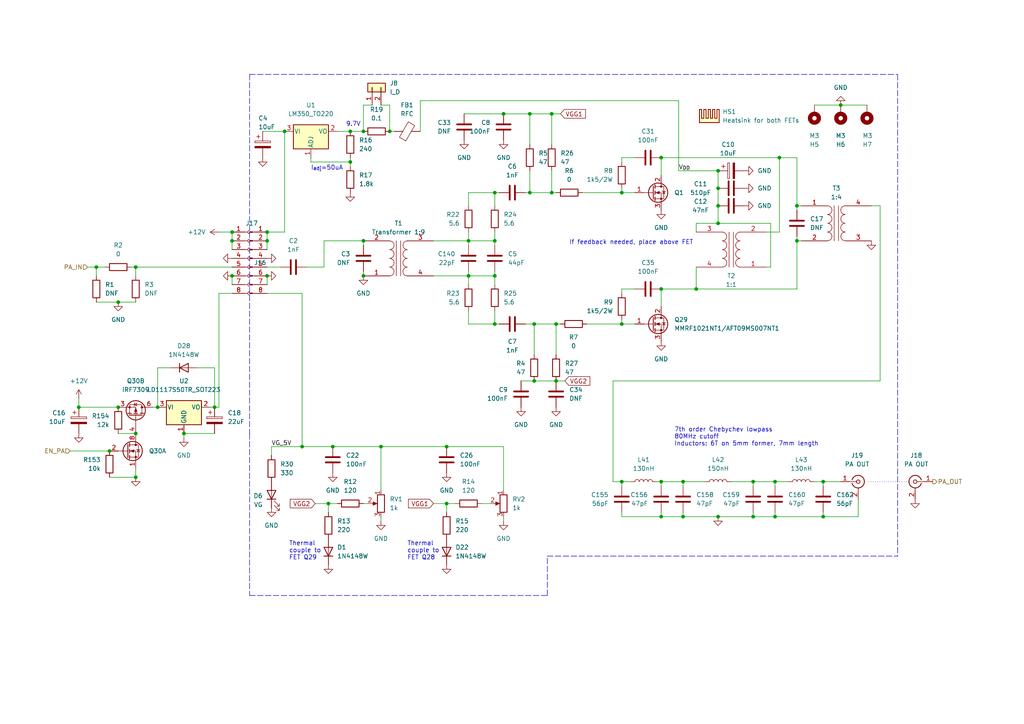
<source format=kicad_sch>
(kicad_sch (version 20211123) (generator eeschema)

  (uuid 23a5678d-f14a-42e0-9e0f-c58ad589532f)

  (paper "A4")

  (title_block
    (title "DART-70 TRX")
    (date "2023-02-18")
    (rev "0")
    (company "HB9EGM")
    (comment 1 "A 4m Band SSB/CW Transceiver")
    (comment 2 "Power Amplifier")
  )

  

  (junction (at 129.54 129.54) (diameter 0) (color 0 0 0 0)
    (uuid 00a9bf31-5693-48ee-843c-84ba7c1825e4)
  )
  (junction (at 67.31 67.31) (diameter 0) (color 0 0 0 0)
    (uuid 018be638-d71c-4d87-b73e-3b122c747273)
  )
  (junction (at 160.02 55.88) (diameter 0) (color 0 0 0 0)
    (uuid 0dc97b2b-98f5-4f81-a4b6-f10781d3b160)
  )
  (junction (at 67.31 69.85) (diameter 0) (color 0 0 0 0)
    (uuid 0f5d58d5-669d-4592-ae44-534ad7e7f3f2)
  )
  (junction (at 191.77 139.7) (diameter 0) (color 0 0 0 0)
    (uuid 1190286f-bc01-45d0-bdda-652501fac563)
  )
  (junction (at 198.12 149.86) (diameter 0) (color 0 0 0 0)
    (uuid 11b9d2e6-81c0-46e2-8e5c-4c9b4a487db1)
  )
  (junction (at 224.79 149.86) (diameter 0) (color 0 0 0 0)
    (uuid 169fe2ba-c49f-4563-b93a-0aa82b0e8f0e)
  )
  (junction (at 201.93 83.82) (diameter 0) (color 0 0 0 0)
    (uuid 1a55edc2-84ce-4698-afd0-ce89a8423090)
  )
  (junction (at 105.41 38.1) (diameter 0) (color 0 0 0 0)
    (uuid 1d61ae6b-82dc-4a56-86ce-44a7fce84cf1)
  )
  (junction (at 231.14 59.69) (diameter 0) (color 0 0 0 0)
    (uuid 201640bb-e925-4d5c-b471-ab56b7f38c54)
  )
  (junction (at 31.75 130.81) (diameter 0) (color 0 0 0 0)
    (uuid 20532f55-6ca5-4db1-8122-d066a5deca97)
  )
  (junction (at 153.67 33.02) (diameter 0) (color 0 0 0 0)
    (uuid 29193f5d-7841-48f5-b586-96cbee5a07d5)
  )
  (junction (at 208.28 149.86) (diameter 0) (color 0 0 0 0)
    (uuid 2944e809-bf47-4b81-b200-121289761ed1)
  )
  (junction (at 39.37 138.43) (diameter 0) (color 0 0 0 0)
    (uuid 29bc49ce-d5f6-4546-b475-0b8d826019c7)
  )
  (junction (at 146.05 33.02) (diameter 0) (color 0 0 0 0)
    (uuid 2ca32adb-9047-4d23-898b-48d94f451fa2)
  )
  (junction (at 180.34 55.88) (diameter 0) (color 0 0 0 0)
    (uuid 349a4eb3-deb0-4994-ba0a-e23a91346992)
  )
  (junction (at 53.34 125.73) (diameter 0) (color 0 0 0 0)
    (uuid 34ad9104-4aec-413d-8c0e-1fe64bf95c79)
  )
  (junction (at 243.84 30.48) (diameter 0) (color 0 0 0 0)
    (uuid 37a9d731-529c-4097-bc66-1496ee02dbe0)
  )
  (junction (at 45.72 118.11) (diameter 0) (color 0 0 0 0)
    (uuid 395bc9b2-3458-4ad4-a468-e0a11f8351a6)
  )
  (junction (at 39.37 77.47) (diameter 0) (color 0 0 0 0)
    (uuid 3bc6f319-45d9-4d92-b709-150dc296e3e3)
  )
  (junction (at 160.02 33.02) (diameter 0) (color 0 0 0 0)
    (uuid 3d76d0aa-ffaf-4e0f-acb3-7daa2c08fd90)
  )
  (junction (at 129.54 146.05) (diameter 0) (color 0 0 0 0)
    (uuid 45343804-2488-4c7a-870d-8b6266de79aa)
  )
  (junction (at 226.06 45.72) (diameter 0) (color 0 0 0 0)
    (uuid 45d25079-49ba-42d3-8214-a17f1366934f)
  )
  (junction (at 191.77 83.82) (diameter 0) (color 0 0 0 0)
    (uuid 46c78ed4-4614-483b-9e27-b81dc59bfb52)
  )
  (junction (at 231.14 69.85) (diameter 0) (color 0 0 0 0)
    (uuid 4865f11e-4bbd-4ae9-98c0-17c1475ebd21)
  )
  (junction (at 143.51 55.88) (diameter 0) (color 0 0 0 0)
    (uuid 4aadce6a-d50b-45f8-a033-dcc4bea52391)
  )
  (junction (at 105.41 80.01) (diameter 0) (color 0 0 0 0)
    (uuid 52218bfd-5195-423d-844f-6feace98a85b)
  )
  (junction (at 180.34 93.98) (diameter 0) (color 0 0 0 0)
    (uuid 65437939-d9c1-47fd-a1ae-2e641394a26e)
  )
  (junction (at 22.86 118.11) (diameter 0) (color 0 0 0 0)
    (uuid 7629175d-ae1a-4764-9a83-e91cb21c21ea)
  )
  (junction (at 95.25 146.05) (diameter 0) (color 0 0 0 0)
    (uuid 770e41a4-5ec0-4019-8763-111e9fe1283d)
  )
  (junction (at 143.51 80.01) (diameter 0) (color 0 0 0 0)
    (uuid 7b948514-a138-4a94-8e43-f8181fa36a07)
  )
  (junction (at 113.03 38.1) (diameter 0) (color 0 0 0 0)
    (uuid 7bc21d1a-16a9-4ef3-a553-9065bc06ee3c)
  )
  (junction (at 154.94 93.98) (diameter 0) (color 0 0 0 0)
    (uuid 7f2796bf-e1d4-4110-8d8b-0ff6bda985a3)
  )
  (junction (at 67.31 80.01) (diameter 0) (color 0 0 0 0)
    (uuid 7f5b2f73-5703-4ef7-b1fa-563f3476def3)
  )
  (junction (at 224.79 139.7) (diameter 0) (color 0 0 0 0)
    (uuid 8402d871-5523-4a16-8c07-99d580102bc0)
  )
  (junction (at 87.63 129.54) (diameter 0) (color 0 0 0 0)
    (uuid 9117f8c0-7c27-49fc-8a32-89061d5b49d9)
  )
  (junction (at 77.47 67.31) (diameter 0) (color 0 0 0 0)
    (uuid 91d168d1-4d25-40ba-ae55-15415c655fcf)
  )
  (junction (at 135.89 80.01) (diameter 0) (color 0 0 0 0)
    (uuid 95c732e9-37db-43be-b499-c30c57b0e1f7)
  )
  (junction (at 34.29 87.63) (diameter 0) (color 0 0 0 0)
    (uuid 95e609b4-aa85-4f15-97bd-4cb457f32c03)
  )
  (junction (at 191.77 45.72) (diameter 0) (color 0 0 0 0)
    (uuid 97552ee1-af94-4c94-b682-b34119d67275)
  )
  (junction (at 218.44 139.7) (diameter 0) (color 0 0 0 0)
    (uuid 995fd178-17d6-4d3e-8acb-8d785bd5fffc)
  )
  (junction (at 208.28 54.61) (diameter 0) (color 0 0 0 0)
    (uuid 9ac767e8-7860-41f7-a6dc-022dbbfe978f)
  )
  (junction (at 143.51 93.98) (diameter 0) (color 0 0 0 0)
    (uuid 9c1a8aa3-6f62-43d5-bf56-ac00d5c99775)
  )
  (junction (at 198.12 139.7) (diameter 0) (color 0 0 0 0)
    (uuid a0407873-4bbd-4776-aa5f-665b3c08936c)
  )
  (junction (at 77.47 80.01) (diameter 0) (color 0 0 0 0)
    (uuid a7a2a279-d40f-4587-bec9-d4d3067b13e5)
  )
  (junction (at 153.67 55.88) (diameter 0) (color 0 0 0 0)
    (uuid aa89c5af-af25-49c1-96f4-06c6ce91f19e)
  )
  (junction (at 101.6 46.99) (diameter 0) (color 0 0 0 0)
    (uuid af091ba7-4a6d-498e-bd0b-14fda6edf260)
  )
  (junction (at 154.94 110.49) (diameter 0) (color 0 0 0 0)
    (uuid ba04cb58-9776-456e-90eb-494c877d5ce7)
  )
  (junction (at 208.28 59.69) (diameter 0) (color 0 0 0 0)
    (uuid ba431773-10fb-4d16-9ba2-eb6fd3c285b4)
  )
  (junction (at 218.44 149.86) (diameter 0) (color 0 0 0 0)
    (uuid bd70a2e0-a82f-4de4-a0fa-3e489255ccd2)
  )
  (junction (at 34.29 118.11) (diameter 0) (color 0 0 0 0)
    (uuid be1784a6-59d6-4cde-9c33-90a6012ea93e)
  )
  (junction (at 191.77 149.86) (diameter 0) (color 0 0 0 0)
    (uuid bfe16a13-83ef-4525-9238-87977c9e0324)
  )
  (junction (at 105.41 69.85) (diameter 0) (color 0 0 0 0)
    (uuid c1812bca-1a73-4f18-9a33-1b204224d02a)
  )
  (junction (at 208.28 64.77) (diameter 0) (color 0 0 0 0)
    (uuid c4c8dc22-30cb-4ab5-9ea7-ce681435a526)
  )
  (junction (at 77.47 69.85) (diameter 0) (color 0 0 0 0)
    (uuid ce5230a8-798d-481b-92d7-62613f234a9f)
  )
  (junction (at 208.28 49.53) (diameter 0) (color 0 0 0 0)
    (uuid ce67e4fa-a993-4a9d-853a-c16f4292267a)
  )
  (junction (at 238.76 149.86) (diameter 0) (color 0 0 0 0)
    (uuid d6aa82f3-1581-4e28-9aa5-df659b8e8178)
  )
  (junction (at 161.29 110.49) (diameter 0) (color 0 0 0 0)
    (uuid da475678-1d3f-412b-b97e-fcd878ddc967)
  )
  (junction (at 82.55 38.1) (diameter 0) (color 0 0 0 0)
    (uuid de4a013d-057c-4526-b3ee-b7119435e384)
  )
  (junction (at 62.23 118.11) (diameter 0) (color 0 0 0 0)
    (uuid deafc291-0fe3-4cfb-914a-c34a72d0d21a)
  )
  (junction (at 27.94 77.47) (diameter 0) (color 0 0 0 0)
    (uuid e09d4217-9b5f-4cf8-8963-de289c5f1d23)
  )
  (junction (at 101.6 38.1) (diameter 0) (color 0 0 0 0)
    (uuid e1ae65fb-5d8e-4707-a860-4099b5b12f92)
  )
  (junction (at 96.52 129.54) (diameter 0) (color 0 0 0 0)
    (uuid e4589850-a03e-4f46-9ea8-63c370df9c6c)
  )
  (junction (at 143.51 69.85) (diameter 0) (color 0 0 0 0)
    (uuid e99cd3cb-eecd-48de-8dac-f3583e9ee5aa)
  )
  (junction (at 180.34 139.7) (diameter 0) (color 0 0 0 0)
    (uuid f1f0fc3f-3df6-42a9-bad0-ae1a97ab3dd1)
  )
  (junction (at 39.37 125.73) (diameter 0) (color 0 0 0 0)
    (uuid f5a60bd5-1c34-47ca-8ecb-aa99fd3fc492)
  )
  (junction (at 238.76 139.7) (diameter 0) (color 0 0 0 0)
    (uuid f95b6c97-e71d-442c-ab28-687f0c1b2ecd)
  )
  (junction (at 161.29 93.98) (diameter 0) (color 0 0 0 0)
    (uuid fa77d425-d7f6-4c77-9f7d-bb18f02e72f6)
  )
  (junction (at 110.49 129.54) (diameter 0) (color 0 0 0 0)
    (uuid fc158e7b-4b67-4dbc-8bc0-b32dabb0353c)
  )
  (junction (at 135.89 69.85) (diameter 0) (color 0 0 0 0)
    (uuid fd4faf0a-37e9-4552-8fd5-5779c63690e1)
  )

  (wire (pts (xy 160.02 41.91) (xy 160.02 33.02))
    (stroke (width 0) (type default) (color 0 0 0 0))
    (uuid 003766df-760d-4945-aead-fd459cf2cc7e)
  )
  (wire (pts (xy 238.76 148.59) (xy 238.76 149.86))
    (stroke (width 0) (type default) (color 0 0 0 0))
    (uuid 00b03189-3640-4f86-a383-2e455c33fb42)
  )
  (wire (pts (xy 191.77 139.7) (xy 198.12 139.7))
    (stroke (width 0) (type default) (color 0 0 0 0))
    (uuid 01303a8c-cc11-400c-8bb1-9c7a6554cd45)
  )
  (wire (pts (xy 153.67 55.88) (xy 153.67 49.53))
    (stroke (width 0) (type default) (color 0 0 0 0))
    (uuid 01cd1a32-53d4-480c-a184-d16eda8ee96e)
  )
  (wire (pts (xy 222.25 67.31) (xy 226.06 67.31))
    (stroke (width 0) (type default) (color 0 0 0 0))
    (uuid 0213fd9f-9172-4644-aa96-b68d556aae75)
  )
  (wire (pts (xy 143.51 67.31) (xy 143.51 69.85))
    (stroke (width 0) (type default) (color 0 0 0 0))
    (uuid 05bd47c1-4917-4b79-bd80-c7e5e8dd13c8)
  )
  (wire (pts (xy 180.34 140.97) (xy 180.34 139.7))
    (stroke (width 0) (type default) (color 0 0 0 0))
    (uuid 05c4acf2-1aea-4e36-a39b-8de69c211c79)
  )
  (wire (pts (xy 93.98 77.47) (xy 93.98 69.85))
    (stroke (width 0) (type default) (color 0 0 0 0))
    (uuid 08da3a2b-c17b-44c3-a933-0280f33f01b4)
  )
  (wire (pts (xy 125.73 69.85) (xy 135.89 69.85))
    (stroke (width 0) (type default) (color 0 0 0 0))
    (uuid 090a5550-aaf0-4baa-93d5-0e07d425691a)
  )
  (wire (pts (xy 135.89 78.74) (xy 135.89 80.01))
    (stroke (width 0) (type default) (color 0 0 0 0))
    (uuid 090e8cfd-ba33-4d7d-9c81-3debb551627b)
  )
  (wire (pts (xy 135.89 82.55) (xy 135.89 80.01))
    (stroke (width 0) (type default) (color 0 0 0 0))
    (uuid 0c403a72-1507-400c-bcf9-bdea8d77da0c)
  )
  (wire (pts (xy 161.29 93.98) (xy 154.94 93.98))
    (stroke (width 0) (type default) (color 0 0 0 0))
    (uuid 0c62e9e2-99ea-4b9f-a93d-d3265a59ccc4)
  )
  (wire (pts (xy 143.51 82.55) (xy 143.51 80.01))
    (stroke (width 0) (type default) (color 0 0 0 0))
    (uuid 0db8d2aa-1710-4582-b3d9-cb71117f3069)
  )
  (polyline (pts (xy 72.39 125.73) (xy 72.39 172.72))
    (stroke (width 0) (type default) (color 0 0 0 0))
    (uuid 0e97a1c7-a3b0-49a1-b55a-a05eb846150e)
  )

  (wire (pts (xy 201.93 77.47) (xy 201.93 83.82))
    (stroke (width 0) (type default) (color 0 0 0 0))
    (uuid 117e449a-10cc-40db-a294-4fa340a9cac0)
  )
  (wire (pts (xy 198.12 148.59) (xy 198.12 149.86))
    (stroke (width 0) (type default) (color 0 0 0 0))
    (uuid 129d98eb-7dcb-4630-a22b-2b23e8fcd745)
  )
  (wire (pts (xy 180.34 83.82) (xy 184.15 83.82))
    (stroke (width 0) (type default) (color 0 0 0 0))
    (uuid 15279dd8-9bd1-48fc-9f70-e7f93e55299a)
  )
  (wire (pts (xy 218.44 148.59) (xy 218.44 149.86))
    (stroke (width 0) (type default) (color 0 0 0 0))
    (uuid 176a64d2-c693-4d78-ab17-fc4d752dc7bf)
  )
  (wire (pts (xy 144.78 55.88) (xy 143.51 55.88))
    (stroke (width 0) (type default) (color 0 0 0 0))
    (uuid 190cb8c5-8a7f-4df3-af19-907585046dea)
  )
  (wire (pts (xy 129.54 146.05) (xy 132.08 146.05))
    (stroke (width 0) (type default) (color 0 0 0 0))
    (uuid 1941097c-3dde-477c-9880-5f4a67beef11)
  )
  (wire (pts (xy 88.9 77.47) (xy 93.98 77.47))
    (stroke (width 0) (type default) (color 0 0 0 0))
    (uuid 1bb0e012-00ba-4f66-98d9-e0c61b08d886)
  )
  (wire (pts (xy 60.96 118.11) (xy 62.23 118.11))
    (stroke (width 0) (type default) (color 0 0 0 0))
    (uuid 1de018d4-5c44-4308-83e7-3cd467a0df2c)
  )
  (wire (pts (xy 191.77 83.82) (xy 201.93 83.82))
    (stroke (width 0) (type default) (color 0 0 0 0))
    (uuid 1e0ac3bd-2032-4a66-a210-cf54c4394e90)
  )
  (polyline (pts (xy 260.35 21.59) (xy 260.35 161.29))
    (stroke (width 0) (type default) (color 0 0 0 0))
    (uuid 1e42598a-f528-4ed6-adc9-5d49f8a54068)
  )

  (wire (pts (xy 160.02 55.88) (xy 161.29 55.88))
    (stroke (width 0) (type default) (color 0 0 0 0))
    (uuid 1fc99f89-a9e3-40d0-a00e-00b942f68fbe)
  )
  (wire (pts (xy 67.31 72.39) (xy 67.31 69.85))
    (stroke (width 0) (type default) (color 0 0 0 0))
    (uuid 20c49d41-bbed-4fd7-871e-c8cda9b70919)
  )
  (wire (pts (xy 238.76 139.7) (xy 243.84 139.7))
    (stroke (width 0) (type default) (color 0 0 0 0))
    (uuid 20e91198-3a81-4bb2-883d-67438d536dfb)
  )
  (wire (pts (xy 180.34 149.86) (xy 180.34 148.59))
    (stroke (width 0) (type default) (color 0 0 0 0))
    (uuid 22495173-2d45-4f6f-9abc-6c550a9ad708)
  )
  (wire (pts (xy 20.32 130.81) (xy 31.75 130.81))
    (stroke (width 0) (type default) (color 0 0 0 0))
    (uuid 244cb991-83cb-471e-802b-24c925680851)
  )
  (wire (pts (xy 146.05 142.24) (xy 146.05 129.54))
    (stroke (width 0) (type default) (color 0 0 0 0))
    (uuid 244ff2bc-70e5-4e35-bfb2-a65f8b5dba01)
  )
  (wire (pts (xy 231.14 68.58) (xy 231.14 69.85))
    (stroke (width 0) (type default) (color 0 0 0 0))
    (uuid 2498ff12-ed26-4ee2-a8eb-6bcc5369ccfa)
  )
  (wire (pts (xy 168.91 55.88) (xy 180.34 55.88))
    (stroke (width 0) (type default) (color 0 0 0 0))
    (uuid 275deabf-8009-409b-b4ac-41d9bed031f8)
  )
  (wire (pts (xy 154.94 110.49) (xy 161.29 110.49))
    (stroke (width 0) (type default) (color 0 0 0 0))
    (uuid 27dce1e3-d97e-42b2-835a-51f963345258)
  )
  (wire (pts (xy 201.93 64.77) (xy 201.93 67.31))
    (stroke (width 0) (type default) (color 0 0 0 0))
    (uuid 287c2405-6913-4715-9df1-ff5ad9edb79a)
  )
  (wire (pts (xy 191.77 148.59) (xy 191.77 149.86))
    (stroke (width 0) (type default) (color 0 0 0 0))
    (uuid 2974f09b-e6b8-4064-b7aa-e536277a9dd1)
  )
  (wire (pts (xy 161.29 110.49) (xy 163.83 110.49))
    (stroke (width 0) (type default) (color 0 0 0 0))
    (uuid 2c9f3b73-c557-4d2a-9dd7-0487ea71ec0e)
  )
  (wire (pts (xy 153.67 41.91) (xy 153.67 33.02))
    (stroke (width 0) (type default) (color 0 0 0 0))
    (uuid 2dbf30dd-74ba-489b-bc21-50743495fd6e)
  )
  (wire (pts (xy 231.14 59.69) (xy 231.14 60.96))
    (stroke (width 0) (type default) (color 0 0 0 0))
    (uuid 314f8e04-4aa0-4bb5-827d-61a31e51db59)
  )
  (wire (pts (xy 34.29 125.73) (xy 39.37 125.73))
    (stroke (width 0) (type default) (color 0 0 0 0))
    (uuid 326d996d-3cfd-4380-aa75-da9dedb0ddb6)
  )
  (wire (pts (xy 110.49 30.48) (xy 113.03 30.48))
    (stroke (width 0) (type default) (color 0 0 0 0))
    (uuid 32b0485d-44e4-459e-b414-08683522870b)
  )
  (wire (pts (xy 77.47 67.31) (xy 77.47 69.85))
    (stroke (width 0) (type default) (color 0 0 0 0))
    (uuid 32e7b266-8a06-4afa-95ae-6cc7fd2c4682)
  )
  (wire (pts (xy 180.34 54.61) (xy 180.34 55.88))
    (stroke (width 0) (type default) (color 0 0 0 0))
    (uuid 3b137ae9-360e-432b-b9e1-c0db7be18a6f)
  )
  (wire (pts (xy 252.73 59.69) (xy 255.27 59.69))
    (stroke (width 0) (type default) (color 0 0 0 0))
    (uuid 3fa43fd5-1023-4d73-9454-49a58988d36d)
  )
  (wire (pts (xy 196.85 49.53) (xy 208.28 49.53))
    (stroke (width 0) (type default) (color 0 0 0 0))
    (uuid 410150c4-40fc-4943-abc9-82881f5d36d2)
  )
  (wire (pts (xy 198.12 149.86) (xy 191.77 149.86))
    (stroke (width 0) (type default) (color 0 0 0 0))
    (uuid 45d7483e-8114-4f8f-b539-62807589f130)
  )
  (wire (pts (xy 162.56 33.02) (xy 160.02 33.02))
    (stroke (width 0) (type default) (color 0 0 0 0))
    (uuid 46618fa5-0b3e-4206-965f-d2c1fa7fd544)
  )
  (wire (pts (xy 190.5 139.7) (xy 191.77 139.7))
    (stroke (width 0) (type default) (color 0 0 0 0))
    (uuid 46ccb03d-9859-4d39-a84e-de35f474656d)
  )
  (wire (pts (xy 224.79 139.7) (xy 218.44 139.7))
    (stroke (width 0) (type default) (color 0 0 0 0))
    (uuid 47431c99-b3b4-40b7-9c3c-b504fe7f80ad)
  )
  (wire (pts (xy 238.76 139.7) (xy 238.76 140.97))
    (stroke (width 0) (type default) (color 0 0 0 0))
    (uuid 4836d259-bca8-4757-a2e4-0014edd49bee)
  )
  (wire (pts (xy 39.37 135.89) (xy 39.37 138.43))
    (stroke (width 0) (type default) (color 0 0 0 0))
    (uuid 49117d96-ecd5-4c4c-867f-fba2a373e768)
  )
  (polyline (pts (xy 72.39 172.72) (xy 158.75 172.72))
    (stroke (width 0) (type default) (color 0 0 0 0))
    (uuid 4ae5fbc9-eb99-4e4e-8086-7665b8159a43)
  )

  (wire (pts (xy 135.89 55.88) (xy 143.51 55.88))
    (stroke (width 0) (type default) (color 0 0 0 0))
    (uuid 4c1800c2-8348-464f-9f96-c07e927f3b27)
  )
  (wire (pts (xy 39.37 77.47) (xy 67.31 77.47))
    (stroke (width 0) (type default) (color 0 0 0 0))
    (uuid 4f28f9c8-885b-461f-99ce-9e467196f1b9)
  )
  (wire (pts (xy 135.89 69.85) (xy 135.89 71.12))
    (stroke (width 0) (type default) (color 0 0 0 0))
    (uuid 4f6eb515-be7f-47aa-980d-105f546479e2)
  )
  (wire (pts (xy 143.51 69.85) (xy 135.89 69.85))
    (stroke (width 0) (type default) (color 0 0 0 0))
    (uuid 50a21b5d-899a-44a0-996e-051d02331b9b)
  )
  (wire (pts (xy 25.4 77.47) (xy 27.94 77.47))
    (stroke (width 0) (type default) (color 0 0 0 0))
    (uuid 50ee2088-c749-44b7-9441-ded0f956dbfb)
  )
  (wire (pts (xy 222.25 77.47) (xy 223.52 77.47))
    (stroke (width 0) (type default) (color 0 0 0 0))
    (uuid 517f26e5-18d4-43ac-972a-ba2567992a0c)
  )
  (wire (pts (xy 63.5 118.11) (xy 62.23 118.11))
    (stroke (width 0) (type default) (color 0 0 0 0))
    (uuid 526cf808-e002-43dd-a0e0-44a3396fee16)
  )
  (wire (pts (xy 39.37 80.01) (xy 39.37 77.47))
    (stroke (width 0) (type default) (color 0 0 0 0))
    (uuid 529d787f-495b-411a-9099-24f01e97f4fb)
  )
  (wire (pts (xy 27.94 77.47) (xy 30.48 77.47))
    (stroke (width 0) (type default) (color 0 0 0 0))
    (uuid 54dc5336-21a7-449e-8921-31bd50e0dd34)
  )
  (wire (pts (xy 153.67 33.02) (xy 146.05 33.02))
    (stroke (width 0) (type default) (color 0 0 0 0))
    (uuid 5534ba7b-e05c-441b-ab61-b44786c0cc7f)
  )
  (wire (pts (xy 77.47 85.09) (xy 87.63 85.09))
    (stroke (width 0) (type default) (color 0 0 0 0))
    (uuid 5bc7df61-b1cd-4588-856d-8c6fb4871ca2)
  )
  (wire (pts (xy 90.17 46.99) (xy 101.6 46.99))
    (stroke (width 0) (type default) (color 0 0 0 0))
    (uuid 5d504083-b2cb-4825-8a1c-f090158440ad)
  )
  (wire (pts (xy 62.23 106.68) (xy 57.15 106.68))
    (stroke (width 0) (type default) (color 0 0 0 0))
    (uuid 5dea8c98-c3fa-4feb-b6cc-516656233175)
  )
  (wire (pts (xy 191.77 139.7) (xy 191.77 140.97))
    (stroke (width 0) (type default) (color 0 0 0 0))
    (uuid 5e519133-39e0-4d9c-923a-654d70e785ea)
  )
  (wire (pts (xy 143.51 78.74) (xy 143.51 80.01))
    (stroke (width 0) (type default) (color 0 0 0 0))
    (uuid 5e72ac5c-c90a-41fa-9dba-d1d47974ec35)
  )
  (wire (pts (xy 218.44 149.86) (xy 208.28 149.86))
    (stroke (width 0) (type default) (color 0 0 0 0))
    (uuid 5f190653-6f70-4988-87e8-9b7db66d156d)
  )
  (wire (pts (xy 39.37 138.43) (xy 31.75 138.43))
    (stroke (width 0) (type default) (color 0 0 0 0))
    (uuid 617393ff-8ed2-4078-9ede-235bd1227e24)
  )
  (wire (pts (xy 76.2 38.1) (xy 82.55 38.1))
    (stroke (width 0) (type default) (color 0 0 0 0))
    (uuid 62583d4b-9427-440d-8327-f9d7d21d09cb)
  )
  (wire (pts (xy 77.47 77.47) (xy 81.28 77.47))
    (stroke (width 0) (type default) (color 0 0 0 0))
    (uuid 62c70670-1334-4513-905b-69fd3f256c43)
  )
  (wire (pts (xy 90.17 46.99) (xy 90.17 45.72))
    (stroke (width 0) (type default) (color 0 0 0 0))
    (uuid 63065ccc-6177-47a4-ba4b-dac35da23d54)
  )
  (wire (pts (xy 34.29 87.63) (xy 27.94 87.63))
    (stroke (width 0) (type default) (color 0 0 0 0))
    (uuid 658c1d04-d8a4-4581-8808-91199da32b7a)
  )
  (polyline (pts (xy 158.75 172.72) (xy 158.75 161.29))
    (stroke (width 0) (type default) (color 0 0 0 0))
    (uuid 66b07fde-6cd4-4b98-a500-29e68bc48a26)
  )

  (wire (pts (xy 228.6 139.7) (xy 224.79 139.7))
    (stroke (width 0) (type default) (color 0 0 0 0))
    (uuid 66b2dc35-2265-403a-99d6-443630d9bc0d)
  )
  (wire (pts (xy 97.79 38.1) (xy 101.6 38.1))
    (stroke (width 0) (type default) (color 0 0 0 0))
    (uuid 67b7572b-8850-4da4-abc8-6a9a95c24196)
  )
  (wire (pts (xy 110.49 129.54) (xy 129.54 129.54))
    (stroke (width 0) (type default) (color 0 0 0 0))
    (uuid 69fd6a37-2951-4523-be53-b297b12a3d30)
  )
  (wire (pts (xy 39.37 87.63) (xy 34.29 87.63))
    (stroke (width 0) (type default) (color 0 0 0 0))
    (uuid 6b19a571-91ba-4d1a-8b96-09d23dc9b0fd)
  )
  (wire (pts (xy 129.54 148.59) (xy 129.54 146.05))
    (stroke (width 0) (type default) (color 0 0 0 0))
    (uuid 6d9b2be2-0946-43d9-ae46-71aefe8a5f39)
  )
  (wire (pts (xy 160.02 33.02) (xy 153.67 33.02))
    (stroke (width 0) (type default) (color 0 0 0 0))
    (uuid 6e8528c7-721a-4a9d-91ba-2bed867380fd)
  )
  (wire (pts (xy 93.98 69.85) (xy 105.41 69.85))
    (stroke (width 0) (type default) (color 0 0 0 0))
    (uuid 700aab51-599c-46ef-ab05-ba582df59faf)
  )
  (wire (pts (xy 77.47 67.31) (xy 82.55 67.31))
    (stroke (width 0) (type default) (color 0 0 0 0))
    (uuid 708f55ca-b0b2-4950-ad4c-df6179f30406)
  )
  (wire (pts (xy 208.28 149.86) (xy 198.12 149.86))
    (stroke (width 0) (type default) (color 0 0 0 0))
    (uuid 72a4a520-5e37-46e3-b69d-c3460e9f221c)
  )
  (wire (pts (xy 143.51 55.88) (xy 143.51 59.69))
    (stroke (width 0) (type default) (color 0 0 0 0))
    (uuid 747d6f52-cc08-417b-84fa-68d19b5edf1f)
  )
  (wire (pts (xy 218.44 139.7) (xy 218.44 140.97))
    (stroke (width 0) (type default) (color 0 0 0 0))
    (uuid 74880265-f9ea-4dec-ae40-354f181a1e44)
  )
  (wire (pts (xy 196.85 29.21) (xy 196.85 49.53))
    (stroke (width 0) (type default) (color 0 0 0 0))
    (uuid 7515cca1-e4ed-4308-8959-2cb96cb486bc)
  )
  (wire (pts (xy 113.03 38.1) (xy 113.03 30.48))
    (stroke (width 0) (type default) (color 0 0 0 0))
    (uuid 77391e29-ecc1-42ae-956b-82e3188fdad6)
  )
  (wire (pts (xy 191.77 50.8) (xy 191.77 45.72))
    (stroke (width 0) (type default) (color 0 0 0 0))
    (uuid 786e1d5b-e1c9-4d32-83e4-8256769342db)
  )
  (wire (pts (xy 218.44 139.7) (xy 212.09 139.7))
    (stroke (width 0) (type default) (color 0 0 0 0))
    (uuid 792dcaf8-ca00-40d9-b156-266fa951bd81)
  )
  (wire (pts (xy 143.51 80.01) (xy 135.89 80.01))
    (stroke (width 0) (type default) (color 0 0 0 0))
    (uuid 794dc39d-8571-437d-b869-222991e444b8)
  )
  (wire (pts (xy 110.49 142.24) (xy 110.49 129.54))
    (stroke (width 0) (type default) (color 0 0 0 0))
    (uuid 7b76a79d-41f9-41dc-b73d-561e451cfaf8)
  )
  (wire (pts (xy 95.25 148.59) (xy 95.25 146.05))
    (stroke (width 0) (type default) (color 0 0 0 0))
    (uuid 7b82c39d-7156-424b-89fa-48e5324ac466)
  )
  (wire (pts (xy 161.29 102.87) (xy 161.29 93.98))
    (stroke (width 0) (type default) (color 0 0 0 0))
    (uuid 7cbcca09-f051-4a6a-a573-518f6f3e8480)
  )
  (wire (pts (xy 238.76 149.86) (xy 224.79 149.86))
    (stroke (width 0) (type default) (color 0 0 0 0))
    (uuid 7cdac423-7c51-49f3-8be3-e2a9f7758c95)
  )
  (wire (pts (xy 105.41 78.74) (xy 105.41 80.01))
    (stroke (width 0) (type default) (color 0 0 0 0))
    (uuid 7d681d34-4bc5-4be1-a8cb-4db186ab9108)
  )
  (wire (pts (xy 177.8 110.49) (xy 177.8 139.7))
    (stroke (width 0) (type default) (color 0 0 0 0))
    (uuid 7e4b5443-42d5-428f-a8ff-0fa62039fc20)
  )
  (wire (pts (xy 82.55 38.1) (xy 82.55 67.31))
    (stroke (width 0) (type default) (color 0 0 0 0))
    (uuid 7f503ee2-5760-4fc4-b83b-6c6a12238600)
  )
  (wire (pts (xy 224.79 139.7) (xy 224.79 140.97))
    (stroke (width 0) (type default) (color 0 0 0 0))
    (uuid 7fb6fe3c-7427-4aad-825b-24b65566f507)
  )
  (wire (pts (xy 38.1 77.47) (xy 39.37 77.47))
    (stroke (width 0) (type default) (color 0 0 0 0))
    (uuid 81351d0b-a4b5-4cb4-9ae9-f79698997dc6)
  )
  (wire (pts (xy 135.89 59.69) (xy 135.89 55.88))
    (stroke (width 0) (type default) (color 0 0 0 0))
    (uuid 81640ccb-bb6f-4ca3-80a2-35618e8e087b)
  )
  (wire (pts (xy 67.31 69.85) (xy 67.31 67.31))
    (stroke (width 0) (type default) (color 0 0 0 0))
    (uuid 823ff746-3dfe-4ad2-ae79-b99365815b3b)
  )
  (polyline (pts (xy 72.39 21.59) (xy 260.35 21.59))
    (stroke (width 0) (type default) (color 0 0 0 0))
    (uuid 8398d6da-a6bc-43eb-be8d-a0a5e6cd131a)
  )

  (wire (pts (xy 63.5 67.31) (xy 67.31 67.31))
    (stroke (width 0) (type default) (color 0 0 0 0))
    (uuid 83a62204-8d92-4968-9472-359242aa63b5)
  )
  (wire (pts (xy 113.03 38.1) (xy 114.3 38.1))
    (stroke (width 0) (type default) (color 0 0 0 0))
    (uuid 8662e2bc-5e18-4d27-8e41-16580368082b)
  )
  (wire (pts (xy 151.13 110.49) (xy 154.94 110.49))
    (stroke (width 0) (type default) (color 0 0 0 0))
    (uuid 8ac4c920-c88a-456c-8ad1-b60beb0e620f)
  )
  (wire (pts (xy 243.84 30.48) (xy 251.46 30.48))
    (stroke (width 0) (type default) (color 0 0 0 0))
    (uuid 8cd234e5-8d99-4783-8e6c-debdf540bc71)
  )
  (wire (pts (xy 44.45 118.11) (xy 45.72 118.11))
    (stroke (width 0) (type default) (color 0 0 0 0))
    (uuid 8ce64de9-e53d-4317-9ac8-b1f664a4aabd)
  )
  (wire (pts (xy 87.63 85.09) (xy 87.63 129.54))
    (stroke (width 0) (type default) (color 0 0 0 0))
    (uuid 8ec295a0-e8aa-4d08-9ad2-7e3be5901bb0)
  )
  (wire (pts (xy 146.05 151.13) (xy 146.05 149.86))
    (stroke (width 0) (type default) (color 0 0 0 0))
    (uuid 8f0d94cb-7dce-4f8d-b241-565acfd7242c)
  )
  (wire (pts (xy 135.89 67.31) (xy 135.89 69.85))
    (stroke (width 0) (type default) (color 0 0 0 0))
    (uuid 8f25b4cf-19a6-4cfc-8247-405e6fad837e)
  )
  (wire (pts (xy 53.34 125.73) (xy 62.23 125.73))
    (stroke (width 0) (type default) (color 0 0 0 0))
    (uuid 8fbf2c38-2aff-4578-b034-e4158cdc80fc)
  )
  (wire (pts (xy 49.53 106.68) (xy 45.72 106.68))
    (stroke (width 0) (type default) (color 0 0 0 0))
    (uuid 94cc383e-941c-44b6-80db-8f4ce12601c4)
  )
  (wire (pts (xy 226.06 67.31) (xy 226.06 45.72))
    (stroke (width 0) (type default) (color 0 0 0 0))
    (uuid 961f2f48-5823-4672-9657-6b8a54100496)
  )
  (wire (pts (xy 180.34 92.71) (xy 180.34 93.98))
    (stroke (width 0) (type default) (color 0 0 0 0))
    (uuid 97156354-f4ae-4c61-9b61-c67f6e42daa4)
  )
  (wire (pts (xy 63.5 85.09) (xy 67.31 85.09))
    (stroke (width 0) (type default) (color 0 0 0 0))
    (uuid 97d7e6e9-0043-4e91-9baa-8fec2b65798f)
  )
  (wire (pts (xy 191.77 45.72) (xy 226.06 45.72))
    (stroke (width 0) (type default) (color 0 0 0 0))
    (uuid 98c89916-5912-4fa7-a8c4-45d1f47b949d)
  )
  (wire (pts (xy 255.27 110.49) (xy 177.8 110.49))
    (stroke (width 0) (type default) (color 0 0 0 0))
    (uuid 9a340e87-d305-43ce-9f87-636252cba83b)
  )
  (wire (pts (xy 45.72 106.68) (xy 45.72 118.11))
    (stroke (width 0) (type default) (color 0 0 0 0))
    (uuid 9c129c34-7c77-4e57-ba76-689d0a71870d)
  )
  (wire (pts (xy 63.5 85.09) (xy 63.5 118.11))
    (stroke (width 0) (type default) (color 0 0 0 0))
    (uuid 9c5b4ad7-76e8-40c4-8007-a8a8969bf371)
  )
  (wire (pts (xy 139.7 146.05) (xy 142.24 146.05))
    (stroke (width 0) (type default) (color 0 0 0 0))
    (uuid 9d368343-4950-4d34-b3a3-3301f02614b2)
  )
  (wire (pts (xy 95.25 146.05) (xy 91.44 146.05))
    (stroke (width 0) (type default) (color 0 0 0 0))
    (uuid 9ff1d0a3-4bda-4084-8c92-d9a3e9bd2097)
  )
  (wire (pts (xy 248.92 144.78) (xy 248.92 149.86))
    (stroke (width 0) (type default) (color 0 0 0 0))
    (uuid a03d083a-86d3-43fa-a5db-2ecd32926435)
  )
  (wire (pts (xy 180.34 45.72) (xy 184.15 45.72))
    (stroke (width 0) (type default) (color 0 0 0 0))
    (uuid a1a0fa87-9518-4e3a-8b85-983034295cf2)
  )
  (wire (pts (xy 143.51 71.12) (xy 143.51 69.85))
    (stroke (width 0) (type default) (color 0 0 0 0))
    (uuid a29c2a38-dbda-4d2b-b1e1-eb2b3491457e)
  )
  (wire (pts (xy 101.6 48.26) (xy 101.6 46.99))
    (stroke (width 0) (type default) (color 0 0 0 0))
    (uuid a2e25017-5257-4f53-9d03-d7f687ab6c0f)
  )
  (wire (pts (xy 255.27 59.69) (xy 255.27 110.49))
    (stroke (width 0) (type default) (color 0 0 0 0))
    (uuid a2e5b691-f77a-4583-8bea-441c4d2ce60e)
  )
  (wire (pts (xy 101.6 46.99) (xy 101.6 45.72))
    (stroke (width 0) (type default) (color 0 0 0 0))
    (uuid a329349b-ba39-4ef8-9a28-50bd5ac5c6d5)
  )
  (wire (pts (xy 135.89 93.98) (xy 135.89 90.17))
    (stroke (width 0) (type default) (color 0 0 0 0))
    (uuid a4b27e52-de6a-4049-9cca-f9f30d85d7f1)
  )
  (wire (pts (xy 77.47 69.85) (xy 77.47 72.39))
    (stroke (width 0) (type default) (color 0 0 0 0))
    (uuid a5d1d492-dfa3-4faa-882c-a328491eb033)
  )
  (wire (pts (xy 110.49 151.13) (xy 110.49 149.86))
    (stroke (width 0) (type default) (color 0 0 0 0))
    (uuid a6a1a43f-a88e-41c8-b880-7c537750051f)
  )
  (wire (pts (xy 180.34 55.88) (xy 184.15 55.88))
    (stroke (width 0) (type default) (color 0 0 0 0))
    (uuid aa29402a-e28d-4e6a-a91c-d53faac46ef5)
  )
  (wire (pts (xy 208.28 49.53) (xy 208.28 54.61))
    (stroke (width 0) (type default) (color 0 0 0 0))
    (uuid aaf3c0ed-76db-49b3-85a5-1a6f92e1d0b1)
  )
  (wire (pts (xy 231.14 69.85) (xy 232.41 69.85))
    (stroke (width 0) (type default) (color 0 0 0 0))
    (uuid ab60541a-70a7-4147-8087-07866b7f21be)
  )
  (wire (pts (xy 198.12 139.7) (xy 204.47 139.7))
    (stroke (width 0) (type default) (color 0 0 0 0))
    (uuid ad235f51-b06e-4d02-80dc-3c5ef34c01f0)
  )
  (wire (pts (xy 97.79 146.05) (xy 95.25 146.05))
    (stroke (width 0) (type default) (color 0 0 0 0))
    (uuid ad3a2dc9-0a41-421d-b005-d9e9940696fd)
  )
  (wire (pts (xy 180.34 93.98) (xy 184.15 93.98))
    (stroke (width 0) (type default) (color 0 0 0 0))
    (uuid aeaba250-61f2-4452-945f-e177f41b342c)
  )
  (wire (pts (xy 53.34 127) (xy 53.34 125.73))
    (stroke (width 0) (type default) (color 0 0 0 0))
    (uuid afd000de-1f79-43c7-805a-97033c02476f)
  )
  (wire (pts (xy 77.47 80.01) (xy 77.47 82.55))
    (stroke (width 0) (type default) (color 0 0 0 0))
    (uuid b0638642-906d-4721-afc4-2e70a0961498)
  )
  (wire (pts (xy 27.94 80.01) (xy 27.94 77.47))
    (stroke (width 0) (type default) (color 0 0 0 0))
    (uuid b17770b4-75d1-43d7-a9ee-47c7f821b104)
  )
  (wire (pts (xy 121.92 38.1) (xy 121.92 29.21))
    (stroke (width 0) (type default) (color 0 0 0 0))
    (uuid b269d51b-2f1d-42a9-ba9b-a602d888ef4b)
  )
  (wire (pts (xy 125.73 146.05) (xy 129.54 146.05))
    (stroke (width 0) (type default) (color 0 0 0 0))
    (uuid b3a9f299-9137-4c0e-8d78-b8c51677a919)
  )
  (wire (pts (xy 191.77 83.82) (xy 191.77 88.9))
    (stroke (width 0) (type default) (color 0 0 0 0))
    (uuid b4a67bed-e0d0-4a2b-ad95-50263ae29794)
  )
  (wire (pts (xy 153.67 55.88) (xy 160.02 55.88))
    (stroke (width 0) (type default) (color 0 0 0 0))
    (uuid b6024484-8c2a-42f3-977d-891690fbe6a6)
  )
  (wire (pts (xy 223.52 77.47) (xy 223.52 64.77))
    (stroke (width 0) (type default) (color 0 0 0 0))
    (uuid b6405e62-fe69-4e5e-bf39-a12d7be9fb00)
  )
  (wire (pts (xy 78.74 132.08) (xy 78.74 129.54))
    (stroke (width 0) (type default) (color 0 0 0 0))
    (uuid b808564d-4d59-4c8d-8645-9f64fee897ea)
  )
  (wire (pts (xy 154.94 102.87) (xy 154.94 93.98))
    (stroke (width 0) (type default) (color 0 0 0 0))
    (uuid bb75cd77-e810-43bd-b155-da62e8c644f7)
  )
  (wire (pts (xy 101.6 38.1) (xy 105.41 38.1))
    (stroke (width 0) (type default) (color 0 0 0 0))
    (uuid bec0ce44-3d2b-4c79-b5e8-74a5b945c66e)
  )
  (wire (pts (xy 22.86 115.57) (xy 22.86 118.11))
    (stroke (width 0) (type default) (color 0 0 0 0))
    (uuid bf7659ed-bc9f-491b-accb-3db8abf0f82a)
  )
  (wire (pts (xy 231.14 59.69) (xy 231.14 45.72))
    (stroke (width 0) (type default) (color 0 0 0 0))
    (uuid c136cc08-0a30-42be-ac73-b57040aa3d8f)
  )
  (wire (pts (xy 223.52 64.77) (xy 208.28 64.77))
    (stroke (width 0) (type default) (color 0 0 0 0))
    (uuid c45cd4a9-6d57-419f-b7e4-f2f6398e66f1)
  )
  (wire (pts (xy 248.92 149.86) (xy 238.76 149.86))
    (stroke (width 0) (type default) (color 0 0 0 0))
    (uuid c7401b61-6bdc-4e54-9145-3259d391c0b4)
  )
  (wire (pts (xy 198.12 140.97) (xy 198.12 139.7))
    (stroke (width 0) (type default) (color 0 0 0 0))
    (uuid c798b8fa-0a55-4e06-bca6-bad2d53d105b)
  )
  (wire (pts (xy 154.94 93.98) (xy 152.4 93.98))
    (stroke (width 0) (type default) (color 0 0 0 0))
    (uuid c9c94256-b0e2-41d0-a6ac-8d3574e6f0f9)
  )
  (wire (pts (xy 87.63 129.54) (xy 96.52 129.54))
    (stroke (width 0) (type default) (color 0 0 0 0))
    (uuid cad596e5-4e33-4e48-b52a-041b51bac332)
  )
  (wire (pts (xy 162.56 93.98) (xy 161.29 93.98))
    (stroke (width 0) (type default) (color 0 0 0 0))
    (uuid caef4be8-1584-43bd-a128-f71411000238)
  )
  (polyline (pts (xy 158.75 161.29) (xy 260.35 161.29))
    (stroke (width 0) (type default) (color 0 0 0 0))
    (uuid cb92ffa3-9da8-4c51-bf02-e9c5d63c50e0)
  )
  (polyline (pts (xy 72.39 21.59) (xy 72.39 125.73))
    (stroke (width 0) (type default) (color 0 0 0 0))
    (uuid cbf11394-fc96-4418-a6f6-f186e5712833)
  )

  (wire (pts (xy 22.86 118.11) (xy 34.29 118.11))
    (stroke (width 0) (type default) (color 0 0 0 0))
    (uuid ccfed1e0-71a4-467e-9f13-8aea53138931)
  )
  (wire (pts (xy 231.14 83.82) (xy 231.14 69.85))
    (stroke (width 0) (type default) (color 0 0 0 0))
    (uuid cd52488a-d219-462f-b0e3-ccadbd95d7a3)
  )
  (wire (pts (xy 177.8 139.7) (xy 180.34 139.7))
    (stroke (width 0) (type default) (color 0 0 0 0))
    (uuid cf78fe5b-3e94-4ad8-98dc-aa354be3ba69)
  )
  (wire (pts (xy 67.31 80.01) (xy 67.31 82.55))
    (stroke (width 0) (type default) (color 0 0 0 0))
    (uuid d22591ff-4bc4-4bab-86b2-5aa2c3322f5b)
  )
  (wire (pts (xy 201.93 83.82) (xy 231.14 83.82))
    (stroke (width 0) (type default) (color 0 0 0 0))
    (uuid d5901386-2638-4771-9120-9bae0ea1e701)
  )
  (wire (pts (xy 231.14 45.72) (xy 226.06 45.72))
    (stroke (width 0) (type default) (color 0 0 0 0))
    (uuid d5c041fb-58ed-4fe2-ba76-b14c47c5e638)
  )
  (wire (pts (xy 146.05 129.54) (xy 129.54 129.54))
    (stroke (width 0) (type default) (color 0 0 0 0))
    (uuid d65fb050-444d-460f-8812-814e9728db7c)
  )
  (wire (pts (xy 236.22 30.48) (xy 243.84 30.48))
    (stroke (width 0) (type default) (color 0 0 0 0))
    (uuid d8b75ab7-d5b7-4174-ae95-3b40683aba30)
  )
  (wire (pts (xy 224.79 148.59) (xy 224.79 149.86))
    (stroke (width 0) (type default) (color 0 0 0 0))
    (uuid d9f31086-35f1-4238-8b8f-fbe8c3cf4e17)
  )
  (wire (pts (xy 143.51 93.98) (xy 143.51 90.17))
    (stroke (width 0) (type default) (color 0 0 0 0))
    (uuid db96ec06-0704-4dfc-a4da-5507475f2a35)
  )
  (wire (pts (xy 110.49 129.54) (xy 96.52 129.54))
    (stroke (width 0) (type default) (color 0 0 0 0))
    (uuid dbe83ea4-45e0-4bf5-9404-ff48adb100fe)
  )
  (wire (pts (xy 224.79 149.86) (xy 218.44 149.86))
    (stroke (width 0) (type default) (color 0 0 0 0))
    (uuid dc3e3a90-5f51-493f-a1b3-6437545baa5a)
  )
  (wire (pts (xy 105.41 71.12) (xy 105.41 69.85))
    (stroke (width 0) (type default) (color 0 0 0 0))
    (uuid dc89d2df-0ae3-4da8-9650-c4dae9eb3248)
  )
  (wire (pts (xy 105.41 146.05) (xy 106.68 146.05))
    (stroke (width 0) (type default) (color 0 0 0 0))
    (uuid de12bceb-6ef7-4510-83cb-3587e87fcec3)
  )
  (wire (pts (xy 180.34 45.72) (xy 180.34 46.99))
    (stroke (width 0) (type default) (color 0 0 0 0))
    (uuid e1ba6fe0-3dfd-4cea-9ef8-13fa7ab7b4bb)
  )
  (wire (pts (xy 125.73 80.01) (xy 135.89 80.01))
    (stroke (width 0) (type default) (color 0 0 0 0))
    (uuid e49fb271-6b54-4a26-8de3-46df0d1b3a67)
  )
  (wire (pts (xy 180.34 83.82) (xy 180.34 85.09))
    (stroke (width 0) (type default) (color 0 0 0 0))
    (uuid e4bc9b49-8332-408c-879e-7bc639399e66)
  )
  (wire (pts (xy 236.22 139.7) (xy 238.76 139.7))
    (stroke (width 0) (type default) (color 0 0 0 0))
    (uuid e4ffaea3-f841-4e23-b5df-039dd68d9ff7)
  )
  (wire (pts (xy 170.18 93.98) (xy 180.34 93.98))
    (stroke (width 0) (type default) (color 0 0 0 0))
    (uuid e599fe9e-93e0-4a2e-8cdb-286327a202aa)
  )
  (wire (pts (xy 62.23 118.11) (xy 62.23 106.68))
    (stroke (width 0) (type default) (color 0 0 0 0))
    (uuid e906d0d5-7bcc-4dca-8607-8559a05c5ecd)
  )
  (wire (pts (xy 180.34 139.7) (xy 182.88 139.7))
    (stroke (width 0) (type default) (color 0 0 0 0))
    (uuid edb3996d-de3b-45fc-8f66-60d724634e5a)
  )
  (wire (pts (xy 232.41 59.69) (xy 231.14 59.69))
    (stroke (width 0) (type default) (color 0 0 0 0))
    (uuid ee164115-ad65-4b45-a48c-085a9d2c75a1)
  )
  (wire (pts (xy 160.02 49.53) (xy 160.02 55.88))
    (stroke (width 0) (type default) (color 0 0 0 0))
    (uuid f2415f15-51b3-42d4-a928-3db331755731)
  )
  (wire (pts (xy 208.28 54.61) (xy 208.28 59.69))
    (stroke (width 0) (type default) (color 0 0 0 0))
    (uuid f2549e2d-1edd-445c-80d8-69d6f29e517c)
  )
  (wire (pts (xy 78.74 129.54) (xy 87.63 129.54))
    (stroke (width 0) (type default) (color 0 0 0 0))
    (uuid f268889d-15b0-46e3-a5d2-7fcc58510960)
  )
  (polyline (pts (xy 262.89 139.7) (xy 251.46 139.7))
    (stroke (width 0) (type dot) (color 0 0 0 0))
    (uuid f2f2a7bf-a103-4999-834f-e6a8711b8e0d)
  )

  (wire (pts (xy 107.95 30.48) (xy 105.41 30.48))
    (stroke (width 0) (type default) (color 0 0 0 0))
    (uuid f31bc184-4929-403a-80dc-b79e361090d3)
  )
  (wire (pts (xy 144.78 93.98) (xy 143.51 93.98))
    (stroke (width 0) (type default) (color 0 0 0 0))
    (uuid f3bd94cf-2433-4a0e-ba88-da52a1db3c85)
  )
  (wire (pts (xy 143.51 93.98) (xy 135.89 93.98))
    (stroke (width 0) (type default) (color 0 0 0 0))
    (uuid f3d0c01f-d3b6-4682-aa4e-aaf54aa3d304)
  )
  (wire (pts (xy 208.28 59.69) (xy 208.28 64.77))
    (stroke (width 0) (type default) (color 0 0 0 0))
    (uuid f434c152-41d2-46ec-9067-6b182cbde5bc)
  )
  (wire (pts (xy 105.41 30.48) (xy 105.41 38.1))
    (stroke (width 0) (type default) (color 0 0 0 0))
    (uuid f54a43e9-314a-4866-a91e-2ec5ff59795c)
  )
  (wire (pts (xy 208.28 64.77) (xy 201.93 64.77))
    (stroke (width 0) (type default) (color 0 0 0 0))
    (uuid f62c7ba9-26e6-4b11-812a-ca5a8885f568)
  )
  (wire (pts (xy 191.77 149.86) (xy 180.34 149.86))
    (stroke (width 0) (type default) (color 0 0 0 0))
    (uuid f7a93800-213b-4e5f-a19e-fe7ebff506a4)
  )
  (wire (pts (xy 152.4 55.88) (xy 153.67 55.88))
    (stroke (width 0) (type default) (color 0 0 0 0))
    (uuid fbdd5f89-ac2a-4b54-89ba-ad3e5a137148)
  )
  (wire (pts (xy 134.62 33.02) (xy 146.05 33.02))
    (stroke (width 0) (type default) (color 0 0 0 0))
    (uuid fca9dbc2-7e9d-4cec-9bbc-6b0dec1ddb9b)
  )
  (wire (pts (xy 121.92 29.21) (xy 196.85 29.21))
    (stroke (width 0) (type default) (color 0 0 0 0))
    (uuid fdbb4031-d6b2-4433-b46c-0bb6b95ccda2)
  )

  (text "Thermal\ncouple to\nFET Q29" (at 83.82 162.56 0)
    (effects (font (size 1.27 1.27)) (justify left bottom))
    (uuid 4232657e-645a-4a13-9977-ada50031ee47)
  )
  (text "If feedback needed, place above FET" (at 165.1 71.12 0)
    (effects (font (size 1.27 1.27)) (justify left bottom))
    (uuid 4bc8df9b-c803-4c4a-8bbb-87401557f878)
  )
  (text "9.7V" (at 100.33 36.83 0)
    (effects (font (size 1.27 1.27)) (justify left bottom))
    (uuid 7d335926-7fd8-415d-8caa-3060b628cfdc)
  )
  (text "Thermal\ncouple to\nFET Q28" (at 118.11 162.56 0)
    (effects (font (size 1.27 1.27)) (justify left bottom))
    (uuid 8db3bcbc-48db-441d-944b-3b4c9f5f435f)
  )
  (text "I_{adj}=50uA" (at 90.17 49.53 0)
    (effects (font (size 1.27 1.27)) (justify left bottom))
    (uuid b260a4ab-459d-4dc1-a9ee-ef2c3af17abd)
  )
  (text "7th order Chebychev lowpass\n80MHz cutoff\nInductors: 6T on 5mm former, 7mm length"
    (at 195.58 129.54 0)
    (effects (font (size 1.27 1.27)) (justify left bottom))
    (uuid cceb5067-9e99-4f55-8885-a39556c8fc05)
  )

  (label "VG_5V" (at 78.74 129.54 0)
    (effects (font (size 1.27 1.27)) (justify left bottom))
    (uuid 2df9bdbc-e27a-41be-93ce-5e67908965ef)
  )
  (label "V_{DD}" (at 196.85 49.53 0)
    (effects (font (size 1.27 1.27)) (justify left bottom))
    (uuid ff6f11b9-55da-455b-a74e-83e04302aa70)
  )

  (global_label "VGG2" (shape input) (at 163.83 110.49 0) (fields_autoplaced)
    (effects (font (size 1.27 1.27)) (justify left))
    (uuid 22c10e3a-cb4b-4b79-a36a-177ef5623ae4)
    (property "Intersheet References" "${INTERSHEET_REFS}" (id 0) (at 171.0812 110.4106 0)
      (effects (font (size 1.27 1.27)) (justify left) hide)
    )
  )
  (global_label "VGG1" (shape input) (at 162.56 33.02 0) (fields_autoplaced)
    (effects (font (size 1.27 1.27)) (justify left))
    (uuid 98f3d109-18e9-438f-a7e4-2ea4c51eaff2)
    (property "Intersheet References" "${INTERSHEET_REFS}" (id 0) (at 169.8112 32.9406 0)
      (effects (font (size 1.27 1.27)) (justify left) hide)
    )
  )
  (global_label "VGG2" (shape input) (at 91.44 146.05 180) (fields_autoplaced)
    (effects (font (size 1.27 1.27)) (justify right))
    (uuid 9ba3ca89-57a7-4191-b28d-3353c4f09f51)
    (property "Intersheet References" "${INTERSHEET_REFS}" (id 0) (at 84.1888 145.9706 0)
      (effects (font (size 1.27 1.27)) (justify right) hide)
    )
  )
  (global_label "VGG1" (shape input) (at 125.73 146.05 180) (fields_autoplaced)
    (effects (font (size 1.27 1.27)) (justify right))
    (uuid f3db337a-e60f-4892-8801-061e5ccbb092)
    (property "Intersheet References" "${INTERSHEET_REFS}" (id 0) (at 118.4788 145.9706 0)
      (effects (font (size 1.27 1.27)) (justify right) hide)
    )
  )

  (hierarchical_label "EN_PA" (shape input) (at 20.32 130.81 180)
    (effects (font (size 1.27 1.27)) (justify right))
    (uuid 54920291-e458-4bff-862c-d8311f99297a)
  )
  (hierarchical_label "PA_OUT" (shape output) (at 270.51 139.7 0)
    (effects (font (size 1.27 1.27)) (justify left))
    (uuid ae6a0f34-c857-407c-b4b9-c842ee582dec)
  )
  (hierarchical_label "PA_IN" (shape input) (at 25.4 77.47 180)
    (effects (font (size 1.27 1.27)) (justify right))
    (uuid e0dcb6c9-ad38-4b82-bff1-8602f1d8af1e)
  )

  (symbol (lib_id "Device:R") (at 95.25 152.4 0) (unit 1)
    (in_bom yes) (on_board yes) (fields_autoplaced)
    (uuid 00000000-0000-0000-0000-00005fb98820)
    (property "Reference" "R156" (id 0) (at 97.79 151.1299 0)
      (effects (font (size 1.27 1.27)) (justify left))
    )
    (property "Value" "220" (id 1) (at 97.79 153.6699 0)
      (effects (font (size 1.27 1.27)) (justify left))
    )
    (property "Footprint" "Resistor_SMD:R_0603_1608Metric_Pad0.98x0.95mm_HandSolder" (id 2) (at 93.472 152.4 90)
      (effects (font (size 1.27 1.27)) hide)
    )
    (property "Datasheet" "~" (id 3) (at 95.25 152.4 0)
      (effects (font (size 1.27 1.27)) hide)
    )
    (property "Need_order" "0" (id 4) (at 95.25 152.4 0)
      (effects (font (size 1.27 1.27)) hide)
    )
    (pin "1" (uuid 5bc7de51-49ea-4e36-a74c-cfc49c0c0aba))
    (pin "2" (uuid 77613717-75b7-47aa-8c0f-ce430e3ad08e))
  )

  (symbol (lib_id "Device:Transformer_1P_1S") (at 242.57 64.77 0) (unit 1)
    (in_bom yes) (on_board yes) (fields_autoplaced)
    (uuid 00000000-0000-0000-0000-00005fba31d6)
    (property "Reference" "T9" (id 0) (at 242.5827 54.61 0))
    (property "Value" "1:4" (id 1) (at 242.5827 57.15 0))
    (property "Footprint" "mpb:four_4mm_pads_narrow" (id 2) (at 242.57 64.77 0)
      (effects (font (size 1.27 1.27)) hide)
    )
    (property "Datasheet" "~" (id 3) (at 242.57 64.77 0)
      (effects (font (size 1.27 1.27)) hide)
    )
    (property "Need_order" "0" (id 4) (at 242.57 64.77 0)
      (effects (font (size 1.27 1.27)) hide)
    )
    (pin "1" (uuid 48d8603e-edbd-4546-af29-4d55dc17ebda))
    (pin "2" (uuid 2a4c3786-4acc-4147-a6a6-31fbe21191cc))
    (pin "3" (uuid b706431a-53df-4044-b5cb-eab9c4153189))
    (pin "4" (uuid 210dcbff-26d1-4572-85b2-49b811be475c))
  )

  (symbol (lib_id "Device:C") (at 231.14 64.77 180) (unit 1)
    (in_bom yes) (on_board yes) (fields_autoplaced)
    (uuid 00000000-0000-0000-0000-00005fbe8d8f)
    (property "Reference" "C153" (id 0) (at 234.95 63.4999 0)
      (effects (font (size 1.27 1.27)) (justify right))
    )
    (property "Value" "DNF" (id 1) (at 234.95 66.0399 0)
      (effects (font (size 1.27 1.27)) (justify right))
    )
    (property "Footprint" "mpb:two_2mm_pads" (id 2) (at 230.1748 60.96 0)
      (effects (font (size 1.27 1.27)) hide)
    )
    (property "Datasheet" "~" (id 3) (at 231.14 64.77 0)
      (effects (font (size 1.27 1.27)) hide)
    )
    (property "Need_order" "0" (id 4) (at 231.14 64.77 0)
      (effects (font (size 1.27 1.27)) hide)
    )
    (pin "1" (uuid 42deeaaa-fd78-4b71-bc78-9810d27f1ceb))
    (pin "2" (uuid 0bd209fd-53c1-48fa-b1d2-a99fcc6a38aa))
  )

  (symbol (lib_id "Device:C") (at 85.09 77.47 270) (unit 1)
    (in_bom yes) (on_board yes) (fields_autoplaced)
    (uuid 00000000-0000-0000-0000-00005fbf9029)
    (property "Reference" "C136" (id 0) (at 85.09 69.85 90))
    (property "Value" "1nF" (id 1) (at 85.09 72.39 90))
    (property "Footprint" "Capacitor_SMD:C_0805_2012Metric_Pad1.18x1.45mm_HandSolder" (id 2) (at 81.28 78.4352 0)
      (effects (font (size 1.27 1.27)) hide)
    )
    (property "Datasheet" "~" (id 3) (at 85.09 77.47 0)
      (effects (font (size 1.27 1.27)) hide)
    )
    (property "MPN" "885612007040/VJ0805A102GXXPW1BC" (id 4) (at 85.09 77.47 90)
      (effects (font (size 1.27 1.27)) hide)
    )
    (property "Need_order" "0" (id 5) (at 85.09 77.47 0)
      (effects (font (size 1.27 1.27)) hide)
    )
    (pin "1" (uuid eb3aabcd-c3ee-449f-a3d6-b1c5af0621b3))
    (pin "2" (uuid 10b6cec8-986e-468e-8336-4f27bb781af0))
  )

  (symbol (lib_id "Device:R_Potentiometer") (at 110.49 146.05 0) (mirror y) (unit 1)
    (in_bom yes) (on_board yes) (fields_autoplaced)
    (uuid 00000000-0000-0000-0000-00005fc0b080)
    (property "Reference" "RV5" (id 0) (at 113.03 144.7799 0)
      (effects (font (size 1.27 1.27)) (justify right))
    )
    (property "Value" "1k" (id 1) (at 113.03 147.3199 0)
      (effects (font (size 1.27 1.27)) (justify right))
    )
    (property "Footprint" "Potentiometer_SMD:Potentiometer_Bourns_3214W_Vertical" (id 2) (at 110.49 146.05 0)
      (effects (font (size 1.27 1.27)) hide)
    )
    (property "Datasheet" "~" (id 3) (at 110.49 146.05 0)
      (effects (font (size 1.27 1.27)) hide)
    )
    (property "MPN" "Bourns 3214W-1-102E" (id 4) (at 110.49 146.05 0)
      (effects (font (size 1.27 1.27)) hide)
    )
    (property "Need_order" "0" (id 5) (at 110.49 146.05 0)
      (effects (font (size 1.27 1.27)) hide)
    )
    (pin "1" (uuid 342fb3d5-569c-45a7-95c0-82ad1024c68a))
    (pin "2" (uuid 46b1b549-52cd-4098-83ee-2dc3312e5ee4))
    (pin "3" (uuid dfb5916a-7da9-4db6-8de2-09ac4e97baf3))
  )

  (symbol (lib_id "Device:C") (at 96.52 133.35 180) (unit 1)
    (in_bom yes) (on_board yes) (fields_autoplaced)
    (uuid 00000000-0000-0000-0000-00005fc0c38a)
    (property "Reference" "C157" (id 0) (at 100.33 132.0799 0)
      (effects (font (size 1.27 1.27)) (justify right))
    )
    (property "Value" "0.1uF" (id 1) (at 100.33 134.6199 0)
      (effects (font (size 1.27 1.27)) (justify right))
    )
    (property "Footprint" "Capacitor_SMD:C_0603_1608Metric_Pad1.08x0.95mm_HandSolder" (id 2) (at 95.5548 129.54 0)
      (effects (font (size 1.27 1.27)) hide)
    )
    (property "Datasheet" "~" (id 3) (at 96.52 133.35 0)
      (effects (font (size 1.27 1.27)) hide)
    )
    (property "MPN" "GRM188R71H104KA93D" (id 4) (at 96.52 133.35 90)
      (effects (font (size 1.27 1.27)) hide)
    )
    (property "Need_order" "0" (id 5) (at 96.52 133.35 0)
      (effects (font (size 1.27 1.27)) hide)
    )
    (pin "1" (uuid e4637037-0764-46ca-aed1-95e0e12ed0e9))
    (pin "2" (uuid efc4d072-512d-45f4-bd0d-ced77162fffa))
  )

  (symbol (lib_id "power:GND") (at 96.52 137.16 0) (unit 1)
    (in_bom yes) (on_board yes) (fields_autoplaced)
    (uuid 00000000-0000-0000-0000-00005fc0c842)
    (property "Reference" "#PWR0201" (id 0) (at 96.52 143.51 0)
      (effects (font (size 1.27 1.27)) hide)
    )
    (property "Value" "GND" (id 1) (at 96.52 142.24 0))
    (property "Footprint" "" (id 2) (at 96.52 137.16 0)
      (effects (font (size 1.27 1.27)) hide)
    )
    (property "Datasheet" "" (id 3) (at 96.52 137.16 0)
      (effects (font (size 1.27 1.27)) hide)
    )
    (pin "1" (uuid 669df1b0-cff4-42db-bf62-06782cd9b3a0))
  )

  (symbol (lib_id "Diode:1N4148W") (at 95.25 160.02 90) (unit 1)
    (in_bom yes) (on_board yes) (fields_autoplaced)
    (uuid 00000000-0000-0000-0000-00005fc3bc84)
    (property "Reference" "D21" (id 0) (at 97.79 158.7499 90)
      (effects (font (size 1.27 1.27)) (justify right))
    )
    (property "Value" "1N4148W" (id 1) (at 97.79 161.2899 90)
      (effects (font (size 1.27 1.27)) (justify right))
    )
    (property "Footprint" "Diode_SMD:D_SOD-123F" (id 2) (at 99.695 160.02 0)
      (effects (font (size 1.27 1.27)) hide)
    )
    (property "Datasheet" "/home/bram/Sync/Doc/Datasheet/1N4148W-7-F.pdf" (id 3) (at 95.25 160.02 0)
      (effects (font (size 1.27 1.27)) hide)
    )
    (property "MPN" "" (id 4) (at 95.25 160.02 0)
      (effects (font (size 1.27 1.27)) hide)
    )
    (property "Need_order" "" (id 5) (at 95.25 160.02 0)
      (effects (font (size 1.27 1.27)) hide)
    )
    (pin "1" (uuid 1503c28f-97cb-4d42-9e1f-1a08eab918c4))
    (pin "2" (uuid d99afa5f-963b-4c4d-b997-7af28d20fedc))
  )

  (symbol (lib_id "power:GND") (at 95.25 163.83 0) (unit 1)
    (in_bom yes) (on_board yes) (fields_autoplaced)
    (uuid 00000000-0000-0000-0000-00005fc41f55)
    (property "Reference" "#PWR0200" (id 0) (at 95.25 170.18 0)
      (effects (font (size 1.27 1.27)) hide)
    )
    (property "Value" "GND" (id 1) (at 95.377 168.2242 0)
      (effects (font (size 1.27 1.27)) hide)
    )
    (property "Footprint" "" (id 2) (at 95.25 163.83 0)
      (effects (font (size 1.27 1.27)) hide)
    )
    (property "Datasheet" "" (id 3) (at 95.25 163.83 0)
      (effects (font (size 1.27 1.27)) hide)
    )
    (pin "1" (uuid e1e04dce-afc7-4a13-aeac-68f2409f3710))
  )

  (symbol (lib_id "Mechanical:MountingHole_Pad") (at 251.46 33.02 0) (mirror x) (unit 1)
    (in_bom yes) (on_board yes)
    (uuid 00000000-0000-0000-0000-00005fc74e90)
    (property "Reference" "H23" (id 0) (at 250.19 41.91 0)
      (effects (font (size 1.27 1.27)) (justify left))
    )
    (property "Value" "M3" (id 1) (at 250.19 39.37 0)
      (effects (font (size 1.27 1.27)) (justify left))
    )
    (property "Footprint" "MountingHole:MountingHole_3.2mm_M3_DIN965_Pad" (id 2) (at 251.46 33.02 0)
      (effects (font (size 1.27 1.27)) hide)
    )
    (property "Datasheet" "~" (id 3) (at 251.46 33.02 0)
      (effects (font (size 1.27 1.27)) hide)
    )
    (property "Need_order" "0" (id 4) (at 251.46 33.02 0)
      (effects (font (size 1.27 1.27)) hide)
    )
    (pin "1" (uuid 93a22dcc-4e77-40f3-b170-c426f776fe46))
  )

  (symbol (lib_id "Device:R") (at 160.02 45.72 0) (unit 1)
    (in_bom yes) (on_board yes) (fields_autoplaced)
    (uuid 00000000-0000-0000-0000-0000604e674c)
    (property "Reference" "R147" (id 0) (at 162.56 44.4499 0)
      (effects (font (size 1.27 1.27)) (justify left))
    )
    (property "Value" "47" (id 1) (at 162.56 46.9899 0)
      (effects (font (size 1.27 1.27)) (justify left))
    )
    (property "Footprint" "Resistor_SMD:R_0603_1608Metric_Pad0.98x0.95mm_HandSolder" (id 2) (at 158.242 45.72 90)
      (effects (font (size 1.27 1.27)) hide)
    )
    (property "Datasheet" "~" (id 3) (at 160.02 45.72 0)
      (effects (font (size 1.27 1.27)) hide)
    )
    (property "Need_order" "0" (id 4) (at 160.02 45.72 0)
      (effects (font (size 1.27 1.27)) hide)
    )
    (pin "1" (uuid a9c9e25c-10ef-4ce0-8c93-9706fe3a6e92))
    (pin "2" (uuid 95187f0c-b0b7-4fc6-9aaf-8dd5499cf81e))
  )

  (symbol (lib_id "Device:R") (at 161.29 106.68 0) (unit 1)
    (in_bom yes) (on_board yes) (fields_autoplaced)
    (uuid 00000000-0000-0000-0000-0000604f35b7)
    (property "Reference" "R148" (id 0) (at 163.83 105.4099 0)
      (effects (font (size 1.27 1.27)) (justify left))
    )
    (property "Value" "47" (id 1) (at 163.83 107.9499 0)
      (effects (font (size 1.27 1.27)) (justify left))
    )
    (property "Footprint" "Resistor_SMD:R_0603_1608Metric_Pad0.98x0.95mm_HandSolder" (id 2) (at 159.512 106.68 90)
      (effects (font (size 1.27 1.27)) hide)
    )
    (property "Datasheet" "~" (id 3) (at 161.29 106.68 0)
      (effects (font (size 1.27 1.27)) hide)
    )
    (property "Need_order" "0" (id 4) (at 161.29 106.68 0)
      (effects (font (size 1.27 1.27)) hide)
    )
    (pin "1" (uuid b6b81bee-1dec-4bda-9b22-71737d1bdb7c))
    (pin "2" (uuid 6cad534f-1382-4eba-9179-cbb3c55d2c72))
  )

  (symbol (lib_id "Device:R") (at 143.51 86.36 0) (unit 1)
    (in_bom yes) (on_board yes) (fields_autoplaced)
    (uuid 00000000-0000-0000-0000-00006050fd4a)
    (property "Reference" "R143" (id 0) (at 146.05 85.0899 0)
      (effects (font (size 1.27 1.27)) (justify left))
    )
    (property "Value" "5.6" (id 1) (at 146.05 87.6299 0)
      (effects (font (size 1.27 1.27)) (justify left))
    )
    (property "Footprint" "Resistor_SMD:R_0603_1608Metric_Pad0.98x0.95mm_HandSolder" (id 2) (at 141.732 86.36 90)
      (effects (font (size 1.27 1.27)) hide)
    )
    (property "Datasheet" "~" (id 3) (at 143.51 86.36 0)
      (effects (font (size 1.27 1.27)) hide)
    )
    (property "Need_order" "0" (id 4) (at 143.51 86.36 0)
      (effects (font (size 1.27 1.27)) hide)
    )
    (pin "1" (uuid 6c5d57a7-7cf1-40fe-a05c-055d0f976dcf))
    (pin "2" (uuid 1f7d06f8-4bd4-4e5b-ad89-9dab5a1bb1a6))
  )

  (symbol (lib_id "Device:R") (at 135.89 86.36 0) (unit 1)
    (in_bom yes) (on_board yes) (fields_autoplaced)
    (uuid 00000000-0000-0000-0000-000060516ab8)
    (property "Reference" "R139" (id 0) (at 133.35 85.0899 0)
      (effects (font (size 1.27 1.27)) (justify right))
    )
    (property "Value" "5.6" (id 1) (at 133.35 87.6299 0)
      (effects (font (size 1.27 1.27)) (justify right))
    )
    (property "Footprint" "Resistor_SMD:R_0603_1608Metric_Pad0.98x0.95mm_HandSolder" (id 2) (at 134.112 86.36 90)
      (effects (font (size 1.27 1.27)) hide)
    )
    (property "Datasheet" "~" (id 3) (at 135.89 86.36 0)
      (effects (font (size 1.27 1.27)) hide)
    )
    (property "Need_order" "0" (id 4) (at 135.89 86.36 0)
      (effects (font (size 1.27 1.27)) hide)
    )
    (pin "1" (uuid 762843d0-25b4-4c6c-a864-271a4123a539))
    (pin "2" (uuid be4b338a-36d8-4ad4-b315-d86682f6236f))
  )

  (symbol (lib_id "Device:Transformer_1P_1S") (at 115.57 74.93 0) (mirror x) (unit 1)
    (in_bom yes) (on_board yes) (fields_autoplaced)
    (uuid 00000000-0000-0000-0000-0000605202bd)
    (property "Reference" "T7" (id 0) (at 115.5827 64.77 0))
    (property "Value" "9:1" (id 1) (at 115.5827 67.31 0))
    (property "Footprint" "mpb:four_4mm_pads_narrow" (id 2) (at 115.57 74.93 0)
      (effects (font (size 1.27 1.27)) hide)
    )
    (property "Datasheet" "~" (id 3) (at 115.57 74.93 0)
      (effects (font (size 1.27 1.27)) hide)
    )
    (property "Need_order" "0" (id 4) (at 115.57 74.93 0)
      (effects (font (size 1.27 1.27)) hide)
    )
    (pin "1" (uuid 0f985f4f-f5a4-41d0-932c-5d8e51bdb8cd))
    (pin "2" (uuid f352d863-cef8-49ac-a5a2-a0fbd260311a))
    (pin "3" (uuid 382c9b5d-8ebb-4b92-b69f-73b12b0d2bca))
    (pin "4" (uuid 13bc675d-688e-4c4a-8fb3-25182a904a2f))
  )

  (symbol (lib_id "power:GND") (at 105.41 80.01 0) (unit 1)
    (in_bom yes) (on_board yes) (fields_autoplaced)
    (uuid 00000000-0000-0000-0000-000060523f4a)
    (property "Reference" "#PWR0184" (id 0) (at 105.41 86.36 0)
      (effects (font (size 1.27 1.27)) hide)
    )
    (property "Value" "GND" (id 1) (at 105.41 85.09 0))
    (property "Footprint" "" (id 2) (at 105.41 80.01 0)
      (effects (font (size 1.27 1.27)) hide)
    )
    (property "Datasheet" "" (id 3) (at 105.41 80.01 0)
      (effects (font (size 1.27 1.27)) hide)
    )
    (pin "1" (uuid 6affe6d3-1325-4692-aa31-79d5bcbb7d7c))
  )

  (symbol (lib_id "Device:C") (at 105.41 74.93 180) (unit 1)
    (in_bom yes) (on_board yes) (fields_autoplaced)
    (uuid 00000000-0000-0000-0000-00006052437b)
    (property "Reference" "C138" (id 0) (at 101.6 73.6599 0)
      (effects (font (size 1.27 1.27)) (justify left))
    )
    (property "Value" "DNF" (id 1) (at 101.6 76.1999 0)
      (effects (font (size 1.27 1.27)) (justify left))
    )
    (property "Footprint" "Capacitor_SMD:C_0805_2012Metric" (id 2) (at 104.4448 71.12 0)
      (effects (font (size 1.27 1.27)) hide)
    )
    (property "Datasheet" "~" (id 3) (at 105.41 74.93 0)
      (effects (font (size 1.27 1.27)) hide)
    )
    (property "Need_order" "0" (id 4) (at 105.41 74.93 0)
      (effects (font (size 1.27 1.27)) hide)
    )
    (pin "1" (uuid bcd3cbd8-0ea0-404b-8179-0cf3523d9120))
    (pin "2" (uuid 0dc17bb6-8239-4ab3-810c-77fbd7475673))
  )

  (symbol (lib_id "Device:R") (at 143.51 63.5 0) (unit 1)
    (in_bom yes) (on_board yes) (fields_autoplaced)
    (uuid 00000000-0000-0000-0000-000060525f79)
    (property "Reference" "R142" (id 0) (at 146.05 62.2299 0)
      (effects (font (size 1.27 1.27)) (justify left))
    )
    (property "Value" "5.6" (id 1) (at 146.05 64.7699 0)
      (effects (font (size 1.27 1.27)) (justify left))
    )
    (property "Footprint" "Resistor_SMD:R_0603_1608Metric_Pad0.98x0.95mm_HandSolder" (id 2) (at 141.732 63.5 90)
      (effects (font (size 1.27 1.27)) hide)
    )
    (property "Datasheet" "~" (id 3) (at 143.51 63.5 0)
      (effects (font (size 1.27 1.27)) hide)
    )
    (property "Need_order" "0" (id 4) (at 143.51 63.5 0)
      (effects (font (size 1.27 1.27)) hide)
    )
    (pin "1" (uuid aefddbf7-1e8b-4719-a1d2-3c2b2e820c73))
    (pin "2" (uuid 965bc157-0850-4891-ab69-5b0f22cf040e))
  )

  (symbol (lib_id "Device:R") (at 135.89 63.5 0) (unit 1)
    (in_bom yes) (on_board yes) (fields_autoplaced)
    (uuid 00000000-0000-0000-0000-000060526863)
    (property "Reference" "R138" (id 0) (at 133.35 62.2299 0)
      (effects (font (size 1.27 1.27)) (justify right))
    )
    (property "Value" "5.6" (id 1) (at 133.35 64.7699 0)
      (effects (font (size 1.27 1.27)) (justify right))
    )
    (property "Footprint" "Resistor_SMD:R_0603_1608Metric_Pad0.98x0.95mm_HandSolder" (id 2) (at 134.112 63.5 90)
      (effects (font (size 1.27 1.27)) hide)
    )
    (property "Datasheet" "~" (id 3) (at 135.89 63.5 0)
      (effects (font (size 1.27 1.27)) hide)
    )
    (property "Need_order" "0" (id 4) (at 135.89 63.5 0)
      (effects (font (size 1.27 1.27)) hide)
    )
    (pin "1" (uuid b3f39d37-17c5-4d93-bea2-915618856aa6))
    (pin "2" (uuid 10ca14cf-d03a-41ea-aa24-b8eaf65c0e95))
  )

  (symbol (lib_id "Device:C") (at 143.51 74.93 180) (unit 1)
    (in_bom yes) (on_board yes) (fields_autoplaced)
    (uuid 00000000-0000-0000-0000-000060526e43)
    (property "Reference" "C141" (id 0) (at 147.32 73.6599 0)
      (effects (font (size 1.27 1.27)) (justify right))
    )
    (property "Value" "22pF" (id 1) (at 147.32 76.1999 0)
      (effects (font (size 1.27 1.27)) (justify right))
    )
    (property "Footprint" "Capacitor_SMD:C_0805_2012Metric_Pad1.18x1.45mm_HandSolder" (id 2) (at 142.5448 71.12 0)
      (effects (font (size 1.27 1.27)) hide)
    )
    (property "Datasheet" "~" (id 3) (at 143.51 74.93 0)
      (effects (font (size 1.27 1.27)) hide)
    )
    (property "MPN" "GQM2195C2E220JB2D" (id 4) (at 143.51 74.93 0)
      (effects (font (size 1.27 1.27)) hide)
    )
    (property "Need_order" "0" (id 5) (at 143.51 74.93 0)
      (effects (font (size 1.27 1.27)) hide)
    )
    (pin "1" (uuid 069cfc68-fd23-4d4d-a28b-672b409313cc))
    (pin "2" (uuid ac6b0d99-c660-4498-96ad-67fc064fe24f))
  )

  (symbol (lib_id "Device:C") (at 148.59 55.88 90) (unit 1)
    (in_bom yes) (on_board yes) (fields_autoplaced)
    (uuid 00000000-0000-0000-0000-00006052c448)
    (property "Reference" "C143" (id 0) (at 148.59 48.26 90))
    (property "Value" "1nF" (id 1) (at 148.59 50.8 90))
    (property "Footprint" "Capacitor_SMD:C_0805_2012Metric_Pad1.18x1.45mm_HandSolder" (id 2) (at 152.4 54.9148 0)
      (effects (font (size 1.27 1.27)) hide)
    )
    (property "Datasheet" "~" (id 3) (at 148.59 55.88 0)
      (effects (font (size 1.27 1.27)) hide)
    )
    (property "MPN" "885612007040/VJ0805A102GXXPW1BC" (id 4) (at 148.59 55.88 90)
      (effects (font (size 1.27 1.27)) hide)
    )
    (property "Need_order" "0" (id 5) (at 148.59 55.88 0)
      (effects (font (size 1.27 1.27)) hide)
    )
    (pin "1" (uuid e712b7bc-a86d-4a57-ba7d-4c67e258b9e0))
    (pin "2" (uuid 20ea9f9e-586f-424f-b5f3-05307aae57dc))
  )

  (symbol (lib_id "Device:C") (at 148.59 93.98 90) (unit 1)
    (in_bom yes) (on_board yes) (fields_autoplaced)
    (uuid 00000000-0000-0000-0000-00006052c95a)
    (property "Reference" "C144" (id 0) (at 148.59 99.06 90))
    (property "Value" "1nF" (id 1) (at 148.59 101.6 90))
    (property "Footprint" "Capacitor_SMD:C_0805_2012Metric_Pad1.18x1.45mm_HandSolder" (id 2) (at 152.4 93.0148 0)
      (effects (font (size 1.27 1.27)) hide)
    )
    (property "Datasheet" "~" (id 3) (at 148.59 93.98 0)
      (effects (font (size 1.27 1.27)) hide)
    )
    (property "MPN" "885612007040/VJ0805A102GXXPW1BC" (id 4) (at 148.59 93.98 90)
      (effects (font (size 1.27 1.27)) hide)
    )
    (property "Need_order" "0" (id 5) (at 148.59 93.98 0)
      (effects (font (size 1.27 1.27)) hide)
    )
    (pin "1" (uuid 8ffb8245-b0a1-46d8-b36c-7c8c214d249a))
    (pin "2" (uuid df01c85f-90e3-4494-8c7b-a2f8f960eceb))
  )

  (symbol (lib_id "Device:R") (at 153.67 45.72 0) (unit 1)
    (in_bom yes) (on_board yes) (fields_autoplaced)
    (uuid 00000000-0000-0000-0000-000060536cc4)
    (property "Reference" "R145" (id 0) (at 156.21 44.4499 0)
      (effects (font (size 1.27 1.27)) (justify left))
    )
    (property "Value" "47" (id 1) (at 156.21 46.9899 0)
      (effects (font (size 1.27 1.27)) (justify left))
    )
    (property "Footprint" "Resistor_SMD:R_0603_1608Metric_Pad0.98x0.95mm_HandSolder" (id 2) (at 151.892 45.72 90)
      (effects (font (size 1.27 1.27)) hide)
    )
    (property "Datasheet" "~" (id 3) (at 153.67 45.72 0)
      (effects (font (size 1.27 1.27)) hide)
    )
    (property "Need_order" "0" (id 4) (at 153.67 45.72 0)
      (effects (font (size 1.27 1.27)) hide)
    )
    (pin "1" (uuid 26c87429-538b-4667-8173-d50e7737d67c))
    (pin "2" (uuid 8c01452a-e1b1-4f1a-92ab-9d7ac8f5c39a))
  )

  (symbol (lib_id "Device:C") (at 146.05 36.83 180) (unit 1)
    (in_bom yes) (on_board yes) (fields_autoplaced)
    (uuid 00000000-0000-0000-0000-0000605389f8)
    (property "Reference" "C142" (id 0) (at 142.24 35.5599 0)
      (effects (font (size 1.27 1.27)) (justify left))
    )
    (property "Value" "0.1uF" (id 1) (at 142.24 38.0999 0)
      (effects (font (size 1.27 1.27)) (justify left))
    )
    (property "Footprint" "Capacitor_SMD:C_0603_1608Metric_Pad1.08x0.95mm_HandSolder" (id 2) (at 145.0848 33.02 0)
      (effects (font (size 1.27 1.27)) hide)
    )
    (property "Datasheet" "~" (id 3) (at 146.05 36.83 0)
      (effects (font (size 1.27 1.27)) hide)
    )
    (property "MPN" "GRM188R71H104KA93D" (id 4) (at 146.05 36.83 90)
      (effects (font (size 1.27 1.27)) hide)
    )
    (property "Need_order" "0" (id 5) (at 146.05 36.83 0)
      (effects (font (size 1.27 1.27)) hide)
    )
    (pin "1" (uuid 6bb7a26e-dad4-446b-a8e4-5052df4bbe8f))
    (pin "2" (uuid 13946f4a-3fca-4b92-9d59-c2b56e26d54a))
  )

  (symbol (lib_id "power:GND") (at 146.05 40.64 0) (unit 1)
    (in_bom yes) (on_board yes) (fields_autoplaced)
    (uuid 00000000-0000-0000-0000-0000605393a2)
    (property "Reference" "#PWR0187" (id 0) (at 146.05 46.99 0)
      (effects (font (size 1.27 1.27)) hide)
    )
    (property "Value" "GND" (id 1) (at 146.05 45.72 0))
    (property "Footprint" "" (id 2) (at 146.05 40.64 0)
      (effects (font (size 1.27 1.27)) hide)
    )
    (property "Datasheet" "" (id 3) (at 146.05 40.64 0)
      (effects (font (size 1.27 1.27)) hide)
    )
    (pin "1" (uuid a009c20b-41b3-4605-b6cb-1f3c422515b8))
  )

  (symbol (lib_id "Device:R") (at 154.94 106.68 0) (unit 1)
    (in_bom yes) (on_board yes) (fields_autoplaced)
    (uuid 00000000-0000-0000-0000-00006053b23f)
    (property "Reference" "R146" (id 0) (at 152.4 105.4099 0)
      (effects (font (size 1.27 1.27)) (justify right))
    )
    (property "Value" "47" (id 1) (at 152.4 107.9499 0)
      (effects (font (size 1.27 1.27)) (justify right))
    )
    (property "Footprint" "Resistor_SMD:R_0603_1608Metric_Pad0.98x0.95mm_HandSolder" (id 2) (at 153.162 106.68 90)
      (effects (font (size 1.27 1.27)) hide)
    )
    (property "Datasheet" "~" (id 3) (at 154.94 106.68 0)
      (effects (font (size 1.27 1.27)) hide)
    )
    (property "Need_order" "0" (id 4) (at 154.94 106.68 0)
      (effects (font (size 1.27 1.27)) hide)
    )
    (pin "1" (uuid 5f937c74-7d2e-4b34-8df8-c8812b2b69a4))
    (pin "2" (uuid a03732e8-9b76-4231-a0cb-764db6625b7a))
  )

  (symbol (lib_id "power:GND") (at 151.13 118.11 0) (unit 1)
    (in_bom yes) (on_board yes) (fields_autoplaced)
    (uuid 00000000-0000-0000-0000-00006053b6f8)
    (property "Reference" "#PWR0188" (id 0) (at 151.13 124.46 0)
      (effects (font (size 1.27 1.27)) hide)
    )
    (property "Value" "GND" (id 1) (at 151.13 123.19 0))
    (property "Footprint" "" (id 2) (at 151.13 118.11 0)
      (effects (font (size 1.27 1.27)) hide)
    )
    (property "Datasheet" "" (id 3) (at 151.13 118.11 0)
      (effects (font (size 1.27 1.27)) hide)
    )
    (pin "1" (uuid a1d7c7da-c4d3-48f0-a94d-3e023f590da0))
  )

  (symbol (lib_id "Device:R") (at 166.37 93.98 270) (unit 1)
    (in_bom yes) (on_board yes) (fields_autoplaced)
    (uuid 00000000-0000-0000-0000-0000605471fa)
    (property "Reference" "R150" (id 0) (at 166.37 97.79 90))
    (property "Value" "0" (id 1) (at 166.37 100.33 90))
    (property "Footprint" "Resistor_SMD:R_0603_1608Metric_Pad0.98x0.95mm_HandSolder" (id 2) (at 166.37 92.202 90)
      (effects (font (size 1.27 1.27)) hide)
    )
    (property "Datasheet" "~" (id 3) (at 166.37 93.98 0)
      (effects (font (size 1.27 1.27)) hide)
    )
    (property "Need_order" "0" (id 4) (at 166.37 93.98 0)
      (effects (font (size 1.27 1.27)) hide)
    )
    (pin "1" (uuid 921dc51a-8f0a-46c6-91e0-3e39eed38608))
    (pin "2" (uuid b825eeca-d696-4c7d-94f2-c025534fad69))
  )

  (symbol (lib_id "Device:R") (at 165.1 55.88 270) (unit 1)
    (in_bom yes) (on_board yes) (fields_autoplaced)
    (uuid 00000000-0000-0000-0000-000060547736)
    (property "Reference" "R149" (id 0) (at 165.1 49.53 90))
    (property "Value" "0" (id 1) (at 165.1 52.07 90))
    (property "Footprint" "Resistor_SMD:R_0603_1608Metric_Pad0.98x0.95mm_HandSolder" (id 2) (at 165.1 54.102 90)
      (effects (font (size 1.27 1.27)) hide)
    )
    (property "Datasheet" "~" (id 3) (at 165.1 55.88 0)
      (effects (font (size 1.27 1.27)) hide)
    )
    (property "Need_order" "0" (id 4) (at 165.1 55.88 0)
      (effects (font (size 1.27 1.27)) hide)
    )
    (pin "1" (uuid 06611efd-6e2b-4e51-9c5c-1f49e8a72ffb))
    (pin "2" (uuid b58ce79b-7d6d-4694-91f2-5a645590056d))
  )

  (symbol (lib_id "Device:R") (at 180.34 88.9 0) (unit 1)
    (in_bom yes) (on_board yes) (fields_autoplaced)
    (uuid 00000000-0000-0000-0000-00006054cd8c)
    (property "Reference" "R152" (id 0) (at 177.8 87.6299 0)
      (effects (font (size 1.27 1.27)) (justify right))
    )
    (property "Value" "1.5k/2W" (id 1) (at 177.8 90.1699 0)
      (effects (font (size 1.27 1.27)) (justify right))
    )
    (property "Footprint" "" (id 2) (at 178.562 88.9 90)
      (effects (font (size 1.27 1.27)) hide)
    )
    (property "Datasheet" "~" (id 3) (at 180.34 88.9 0)
      (effects (font (size 1.27 1.27)) hide)
    )
    (property "Need_order" "0" (id 4) (at 180.34 88.9 0)
      (effects (font (size 1.27 1.27)) hide)
    )
    (pin "1" (uuid d74a149f-8b24-4956-a1dc-d3431010920f))
    (pin "2" (uuid 6adbb073-f226-4dac-bcbc-4fe36c746fac))
  )

  (symbol (lib_id "power:GND") (at 161.29 118.11 0) (unit 1)
    (in_bom yes) (on_board yes) (fields_autoplaced)
    (uuid 00000000-0000-0000-0000-00006055b1ad)
    (property "Reference" "#PWR0189" (id 0) (at 161.29 124.46 0)
      (effects (font (size 1.27 1.27)) hide)
    )
    (property "Value" "GND" (id 1) (at 161.29 123.19 0))
    (property "Footprint" "" (id 2) (at 161.29 118.11 0)
      (effects (font (size 1.27 1.27)) hide)
    )
    (property "Datasheet" "" (id 3) (at 161.29 118.11 0)
      (effects (font (size 1.27 1.27)) hide)
    )
    (pin "1" (uuid d3a51de3-ca3a-490e-9b7b-97fb069e3411))
  )

  (symbol (lib_id "Device:C") (at 161.29 114.3 180) (unit 1)
    (in_bom yes) (on_board yes) (fields_autoplaced)
    (uuid 00000000-0000-0000-0000-00006055bab4)
    (property "Reference" "C146" (id 0) (at 165.1 113.0299 0)
      (effects (font (size 1.27 1.27)) (justify right))
    )
    (property "Value" "DNF" (id 1) (at 165.1 115.5699 0)
      (effects (font (size 1.27 1.27)) (justify right))
    )
    (property "Footprint" "Capacitor_SMD:C_0805_2012Metric" (id 2) (at 160.3248 110.49 0)
      (effects (font (size 1.27 1.27)) hide)
    )
    (property "Datasheet" "~" (id 3) (at 161.29 114.3 0)
      (effects (font (size 1.27 1.27)) hide)
    )
    (property "MPN" "" (id 4) (at 161.29 114.3 90)
      (effects (font (size 1.27 1.27)) hide)
    )
    (property "Need_order" "0" (id 5) (at 161.29 114.3 0)
      (effects (font (size 1.27 1.27)) hide)
    )
    (pin "1" (uuid ff7ae1a7-d7f8-43d2-a460-54967a316ac1))
    (pin "2" (uuid bb2b7c00-42db-452f-b0b8-4ab48af7d351))
  )

  (symbol (lib_id "power:GND") (at 191.77 99.06 0) (unit 1)
    (in_bom yes) (on_board yes) (fields_autoplaced)
    (uuid 00000000-0000-0000-0000-000060562733)
    (property "Reference" "#PWR0192" (id 0) (at 191.77 105.41 0)
      (effects (font (size 1.27 1.27)) hide)
    )
    (property "Value" "GND" (id 1) (at 191.77 104.14 0))
    (property "Footprint" "" (id 2) (at 191.77 99.06 0)
      (effects (font (size 1.27 1.27)) hide)
    )
    (property "Datasheet" "" (id 3) (at 191.77 99.06 0)
      (effects (font (size 1.27 1.27)) hide)
    )
    (pin "1" (uuid 74f4fcca-583a-408a-98dd-0838263b24c0))
  )

  (symbol (lib_id "Device:Transformer_1P_1S") (at 212.09 72.39 180) (unit 1)
    (in_bom yes) (on_board yes) (fields_autoplaced)
    (uuid 00000000-0000-0000-0000-000060563081)
    (property "Reference" "T8" (id 0) (at 212.0773 80.01 0))
    (property "Value" "1:1" (id 1) (at 212.0773 82.55 0))
    (property "Footprint" "mpb:four_4mm_pads_narrow" (id 2) (at 212.09 72.39 0)
      (effects (font (size 1.27 1.27)) hide)
    )
    (property "Datasheet" "~" (id 3) (at 212.09 72.39 0)
      (effects (font (size 1.27 1.27)) hide)
    )
    (property "Need_order" "0" (id 4) (at 212.09 72.39 0)
      (effects (font (size 1.27 1.27)) hide)
    )
    (pin "1" (uuid 8f6a6e19-b722-4db3-8e7d-a0ae9d84830a))
    (pin "2" (uuid b89f9789-063f-420c-9056-5b5bc788944b))
    (pin "3" (uuid 17f30269-8230-4289-9102-578062aa336f))
    (pin "4" (uuid 7dbf6f6b-2192-4ef5-979a-ec5e588339c9))
  )

  (symbol (lib_id "Device:C") (at 134.62 36.83 180) (unit 1)
    (in_bom yes) (on_board yes) (fields_autoplaced)
    (uuid 00000000-0000-0000-0000-000060564a71)
    (property "Reference" "C139" (id 0) (at 130.81 35.5599 0)
      (effects (font (size 1.27 1.27)) (justify left))
    )
    (property "Value" "DNF" (id 1) (at 130.81 38.0999 0)
      (effects (font (size 1.27 1.27)) (justify left))
    )
    (property "Footprint" "Capacitor_SMD:C_0805_2012Metric" (id 2) (at 133.6548 33.02 0)
      (effects (font (size 1.27 1.27)) hide)
    )
    (property "Datasheet" "~" (id 3) (at 134.62 36.83 0)
      (effects (font (size 1.27 1.27)) hide)
    )
    (property "MPN" "" (id 4) (at 134.62 36.83 90)
      (effects (font (size 1.27 1.27)) hide)
    )
    (property "Need_order" "0" (id 5) (at 134.62 36.83 0)
      (effects (font (size 1.27 1.27)) hide)
    )
    (pin "1" (uuid 520255b8-2892-4163-a72a-91604498ea33))
    (pin "2" (uuid 5af6021c-a4ce-43d2-8d49-06622018ab32))
  )

  (symbol (lib_id "Device:Q_NMOS_GDS") (at 189.23 55.88 0) (unit 1)
    (in_bom yes) (on_board yes) (fields_autoplaced)
    (uuid 00000000-0000-0000-0000-000060567655)
    (property "Reference" "Q28" (id 0) (at 195.58 55.8799 0)
      (effects (font (size 1.27 1.27)) (justify left))
    )
    (property "Value" "MMRF1021NT1/AFT09MS007NT1" (id 1) (at 194.4116 57.023 0)
      (effects (font (size 1.27 1.27)) (justify left) hide)
    )
    (property "Footprint" "mpb:PLD-1.5W" (id 2) (at 194.31 53.34 0)
      (effects (font (size 1.27 1.27)) hide)
    )
    (property "Datasheet" "~" (id 3) (at 189.23 55.88 0)
      (effects (font (size 1.27 1.27)) hide)
    )
    (property "Need_order" "0" (id 4) (at 189.23 55.88 0)
      (effects (font (size 1.27 1.27)) hide)
    )
    (pin "1" (uuid 863c9c3f-595f-4070-bc9e-9f13d2c78481))
    (pin "2" (uuid bb495b29-48d2-4a5b-b4b9-23ca0e3e8260))
    (pin "3" (uuid f8d7c4b1-cb84-47f2-8161-1b79f5c7a086))
  )

  (symbol (lib_id "Mechanical:MountingHole_Pad") (at 236.22 33.02 0) (mirror x) (unit 1)
    (in_bom yes) (on_board yes) (fields_autoplaced)
    (uuid 00000000-0000-0000-0000-000060567ba3)
    (property "Reference" "H21" (id 0) (at 236.22 41.91 0))
    (property "Value" "M3" (id 1) (at 236.22 39.37 0))
    (property "Footprint" "MountingHole:MountingHole_3.2mm_M3_DIN965_Pad" (id 2) (at 236.22 33.02 0)
      (effects (font (size 1.27 1.27)) hide)
    )
    (property "Datasheet" "~" (id 3) (at 236.22 33.02 0)
      (effects (font (size 1.27 1.27)) hide)
    )
    (property "Need_order" "0" (id 4) (at 236.22 33.02 0)
      (effects (font (size 1.27 1.27)) hide)
    )
    (pin "1" (uuid 81ff6861-3970-4939-abdd-88e5afc50e2e))
  )

  (symbol (lib_id "Mechanical:MountingHole_Pad") (at 243.84 33.02 0) (mirror x) (unit 1)
    (in_bom yes) (on_board yes) (fields_autoplaced)
    (uuid 00000000-0000-0000-0000-000060567bad)
    (property "Reference" "H22" (id 0) (at 243.84 41.91 0))
    (property "Value" "M3" (id 1) (at 243.84 39.37 0))
    (property "Footprint" "MountingHole:MountingHole_3.2mm_M3_DIN965_Pad" (id 2) (at 243.84 33.02 0)
      (effects (font (size 1.27 1.27)) hide)
    )
    (property "Datasheet" "~" (id 3) (at 243.84 33.02 0)
      (effects (font (size 1.27 1.27)) hide)
    )
    (property "Need_order" "0" (id 4) (at 243.84 33.02 0)
      (effects (font (size 1.27 1.27)) hide)
    )
    (pin "1" (uuid bbfe5318-20d0-41f8-ba43-0769fd2f3dd8))
  )

  (symbol (lib_id "power:GND") (at 243.84 30.48 0) (mirror x) (unit 1)
    (in_bom yes) (on_board yes) (fields_autoplaced)
    (uuid 00000000-0000-0000-0000-000060567bb8)
    (property "Reference" "#PWR0190" (id 0) (at 243.84 24.13 0)
      (effects (font (size 1.27 1.27)) hide)
    )
    (property "Value" "GND" (id 1) (at 243.84 25.4 0))
    (property "Footprint" "" (id 2) (at 243.84 30.48 0)
      (effects (font (size 1.27 1.27)) hide)
    )
    (property "Datasheet" "" (id 3) (at 243.84 30.48 0)
      (effects (font (size 1.27 1.27)) hide)
    )
    (pin "1" (uuid 16c796ca-203c-46b5-9cb7-ca70bcd1ab70))
  )

  (symbol (lib_id "Device:R") (at 180.34 50.8 0) (unit 1)
    (in_bom yes) (on_board yes) (fields_autoplaced)
    (uuid 00000000-0000-0000-0000-000060567bce)
    (property "Reference" "R151" (id 0) (at 177.8 49.5299 0)
      (effects (font (size 1.27 1.27)) (justify right))
    )
    (property "Value" "1.5k/2W" (id 1) (at 177.8 52.0699 0)
      (effects (font (size 1.27 1.27)) (justify right))
    )
    (property "Footprint" "" (id 2) (at 178.562 50.8 90)
      (effects (font (size 1.27 1.27)) hide)
    )
    (property "Datasheet" "~" (id 3) (at 180.34 50.8 0)
      (effects (font (size 1.27 1.27)) hide)
    )
    (property "Need_order" "0" (id 4) (at 180.34 50.8 0)
      (effects (font (size 1.27 1.27)) hide)
    )
    (pin "1" (uuid 19a371f6-36d6-4e9f-8996-290b2038c156))
    (pin "2" (uuid 94a06d35-04dc-4e99-ae2e-4380f37688c4))
  )

  (symbol (lib_id "power:GND") (at 191.77 60.96 0) (unit 1)
    (in_bom yes) (on_board yes) (fields_autoplaced)
    (uuid 00000000-0000-0000-0000-000060567bf0)
    (property "Reference" "#PWR0191" (id 0) (at 191.77 67.31 0)
      (effects (font (size 1.27 1.27)) hide)
    )
    (property "Value" "GND" (id 1) (at 191.77 66.04 0))
    (property "Footprint" "" (id 2) (at 191.77 60.96 0)
      (effects (font (size 1.27 1.27)) hide)
    )
    (property "Datasheet" "" (id 3) (at 191.77 60.96 0)
      (effects (font (size 1.27 1.27)) hide)
    )
    (pin "1" (uuid 2310f8a3-d89c-4d36-9244-5e2b4cceafe8))
  )

  (symbol (lib_id "power:GND") (at 134.62 40.64 0) (unit 1)
    (in_bom yes) (on_board yes) (fields_autoplaced)
    (uuid 00000000-0000-0000-0000-00006056ce51)
    (property "Reference" "#PWR0185" (id 0) (at 134.62 46.99 0)
      (effects (font (size 1.27 1.27)) hide)
    )
    (property "Value" "GND" (id 1) (at 134.62 45.72 0))
    (property "Footprint" "" (id 2) (at 134.62 40.64 0)
      (effects (font (size 1.27 1.27)) hide)
    )
    (property "Datasheet" "" (id 3) (at 134.62 40.64 0)
      (effects (font (size 1.27 1.27)) hide)
    )
    (pin "1" (uuid aca0cff4-f618-4115-9790-222e7caf7656))
  )

  (symbol (lib_id "Device:C") (at 212.09 59.69 270) (mirror x) (unit 1)
    (in_bom yes) (on_board yes)
    (uuid 00000000-0000-0000-0000-000060581a62)
    (property "Reference" "C151" (id 0) (at 203.2 58.42 90))
    (property "Value" "33nF" (id 1) (at 203.2 60.96 90))
    (property "Footprint" "Capacitor_SMD:C_0805_2012Metric_Pad1.18x1.45mm_HandSolder" (id 2) (at 208.28 58.7248 0)
      (effects (font (size 1.27 1.27)) hide)
    )
    (property "Datasheet" "~" (id 3) (at 212.09 59.69 0)
      (effects (font (size 1.27 1.27)) hide)
    )
    (property "MPN" "C2012C0G1H333J125AA" (id 4) (at 212.09 59.69 0)
      (effects (font (size 1.27 1.27)) hide)
    )
    (property "Need_order" "0" (id 5) (at 212.09 59.69 0)
      (effects (font (size 1.27 1.27)) hide)
    )
    (pin "1" (uuid 5bbf83e4-d329-4533-8cd6-5743536c8d26))
    (pin "2" (uuid fb919c06-03cc-480f-8a67-a9893b92321e))
  )

  (symbol (lib_id "Device:C") (at 212.09 54.61 270) (mirror x) (unit 1)
    (in_bom yes) (on_board yes)
    (uuid 00000000-0000-0000-0000-000060581fea)
    (property "Reference" "C150" (id 0) (at 203.2 53.34 90))
    (property "Value" "510pF" (id 1) (at 203.2 55.88 90))
    (property "Footprint" "Capacitor_SMD:C_0805_2012Metric_Pad1.18x1.45mm_HandSolder" (id 2) (at 208.28 53.6448 0)
      (effects (font (size 1.27 1.27)) hide)
    )
    (property "Datasheet" "~" (id 3) (at 212.09 54.61 0)
      (effects (font (size 1.27 1.27)) hide)
    )
    (property "MPN" "GRM2165C2A511JA01D" (id 4) (at 212.09 54.61 0)
      (effects (font (size 1.27 1.27)) hide)
    )
    (property "Need_order" "0" (id 5) (at 212.09 54.61 0)
      (effects (font (size 1.27 1.27)) hide)
    )
    (pin "1" (uuid c9bbe916-4d7b-4dea-aace-0ee5fbf31333))
    (pin "2" (uuid b21eef06-a2b3-4f1d-9af2-a1006c217660))
  )

  (symbol (lib_id "power:GND") (at 215.9 59.69 90) (mirror x) (unit 1)
    (in_bom yes) (on_board yes) (fields_autoplaced)
    (uuid 00000000-0000-0000-0000-000060582415)
    (property "Reference" "#PWR0195" (id 0) (at 222.25 59.69 0)
      (effects (font (size 1.27 1.27)) hide)
    )
    (property "Value" "GND" (id 1) (at 219.71 59.6899 90)
      (effects (font (size 1.27 1.27)) (justify right))
    )
    (property "Footprint" "" (id 2) (at 215.9 59.69 0)
      (effects (font (size 1.27 1.27)) hide)
    )
    (property "Datasheet" "" (id 3) (at 215.9 59.69 0)
      (effects (font (size 1.27 1.27)) hide)
    )
    (pin "1" (uuid 9e72fdb6-5841-4229-bb98-80f04a953a55))
  )

  (symbol (lib_id "power:GND") (at 215.9 54.61 90) (mirror x) (unit 1)
    (in_bom yes) (on_board yes) (fields_autoplaced)
    (uuid 00000000-0000-0000-0000-0000605828ca)
    (property "Reference" "#PWR0194" (id 0) (at 222.25 54.61 0)
      (effects (font (size 1.27 1.27)) hide)
    )
    (property "Value" "GND" (id 1) (at 219.71 54.6099 90)
      (effects (font (size 1.27 1.27)) (justify right))
    )
    (property "Footprint" "" (id 2) (at 215.9 54.61 0)
      (effects (font (size 1.27 1.27)) hide)
    )
    (property "Datasheet" "" (id 3) (at 215.9 54.61 0)
      (effects (font (size 1.27 1.27)) hide)
    )
    (pin "1" (uuid f0c50d3c-bc92-41c9-ae1d-e8d39011dae1))
  )

  (symbol (lib_id "Device:C_Polarized") (at 212.09 49.53 90) (mirror x) (unit 1)
    (in_bom yes) (on_board yes) (fields_autoplaced)
    (uuid 00000000-0000-0000-0000-00006058fedf)
    (property "Reference" "C149" (id 0) (at 211.201 41.91 90))
    (property "Value" "10uF" (id 1) (at 211.201 44.45 90))
    (property "Footprint" "Capacitor_SMD:C_1210_3225Metric_Pad1.33x2.70mm_HandSolder" (id 2) (at 215.9 50.4952 0)
      (effects (font (size 1.27 1.27)) hide)
    )
    (property "Datasheet" "~" (id 3) (at 212.09 49.53 0)
      (effects (font (size 1.27 1.27)) hide)
    )
    (property "MPN" "TAJA106K016RNJ" (id 4) (at 212.09 49.53 0)
      (effects (font (size 1.27 1.27)) hide)
    )
    (property "Need_order" "0" (id 5) (at 212.09 49.53 0)
      (effects (font (size 1.27 1.27)) hide)
    )
    (pin "1" (uuid 1fbd7773-70b3-4f75-bd84-c3c1405c99d4))
    (pin "2" (uuid 066b02b5-3c5a-46a1-bc66-55c13c57b609))
  )

  (symbol (lib_id "power:GND") (at 215.9 49.53 90) (mirror x) (unit 1)
    (in_bom yes) (on_board yes) (fields_autoplaced)
    (uuid 00000000-0000-0000-0000-000060590a41)
    (property "Reference" "#PWR0193" (id 0) (at 222.25 49.53 0)
      (effects (font (size 1.27 1.27)) hide)
    )
    (property "Value" "GND" (id 1) (at 219.71 49.5299 90)
      (effects (font (size 1.27 1.27)) (justify right))
    )
    (property "Footprint" "" (id 2) (at 215.9 49.53 0)
      (effects (font (size 1.27 1.27)) hide)
    )
    (property "Datasheet" "" (id 3) (at 215.9 49.53 0)
      (effects (font (size 1.27 1.27)) hide)
    )
    (pin "1" (uuid c4f36881-55c5-44e1-ad48-0acc99698ac5))
  )

  (symbol (lib_id "Device:FerriteBead") (at 118.11 38.1 90) (unit 1)
    (in_bom yes) (on_board yes) (fields_autoplaced)
    (uuid 00000000-0000-0000-0000-000060594ad9)
    (property "Reference" "FB3" (id 0) (at 118.0592 30.48 90))
    (property "Value" "RFC" (id 1) (at 118.0592 33.02 90))
    (property "Footprint" "mpb:large_inductor" (id 2) (at 118.11 39.878 90)
      (effects (font (size 1.27 1.27)) hide)
    )
    (property "Datasheet" "~" (id 3) (at 118.11 38.1 0)
      (effects (font (size 1.27 1.27)) hide)
    )
    (property "Need_order" "0" (id 4) (at 118.11 38.1 0)
      (effects (font (size 1.27 1.27)) hide)
    )
    (pin "1" (uuid 853998bc-dadd-4e0e-a325-01b280907ae5))
    (pin "2" (uuid 0eff9125-d76b-4afe-bc3e-08e82475e322))
  )

  (symbol (lib_id "Device:C_Polarized") (at 22.86 121.92 0) (unit 1)
    (in_bom yes) (on_board yes) (fields_autoplaced)
    (uuid 00000000-0000-0000-0000-00006061694b)
    (property "Reference" "C152" (id 0) (at 19.05 119.7609 0)
      (effects (font (size 1.27 1.27)) (justify right))
    )
    (property "Value" "10uF" (id 1) (at 19.05 122.3009 0)
      (effects (font (size 1.27 1.27)) (justify right))
    )
    (property "Footprint" "Capacitor_SMD:C_1210_3225Metric_Pad1.33x2.70mm_HandSolder" (id 2) (at 23.8252 125.73 0)
      (effects (font (size 1.27 1.27)) hide)
    )
    (property "Datasheet" "~" (id 3) (at 22.86 121.92 0)
      (effects (font (size 1.27 1.27)) hide)
    )
    (property "MPN" "TAJA106K016RNJ" (id 4) (at 22.86 121.92 0)
      (effects (font (size 1.27 1.27)) hide)
    )
    (property "Need_order" "0" (id 5) (at 22.86 121.92 0)
      (effects (font (size 1.27 1.27)) hide)
    )
    (pin "1" (uuid ad6dde63-8975-4001-858b-42a4796f177f))
    (pin "2" (uuid 20154306-7fe8-4159-a66a-4b7f5a85890b))
  )

  (symbol (lib_id "Device:C_Polarized") (at 62.23 121.92 0) (unit 1)
    (in_bom yes) (on_board yes) (fields_autoplaced)
    (uuid 00000000-0000-0000-0000-0000606170c9)
    (property "Reference" "C154" (id 0) (at 66.04 119.7609 0)
      (effects (font (size 1.27 1.27)) (justify left))
    )
    (property "Value" "10uF" (id 1) (at 66.04 122.3009 0)
      (effects (font (size 1.27 1.27)) (justify left))
    )
    (property "Footprint" "Capacitor_SMD:C_1206_3216Metric_Pad1.33x1.80mm_HandSolder" (id 2) (at 63.1952 125.73 0)
      (effects (font (size 1.27 1.27)) hide)
    )
    (property "Datasheet" "~" (id 3) (at 62.23 121.92 0)
      (effects (font (size 1.27 1.27)) hide)
    )
    (property "MPN" "TAJA106K016RNJ" (id 4) (at 62.23 121.92 0)
      (effects (font (size 1.27 1.27)) hide)
    )
    (property "Need_order" "0" (id 5) (at 62.23 121.92 0)
      (effects (font (size 1.27 1.27)) hide)
    )
    (pin "1" (uuid 875e393c-4dbe-4b56-acfd-0a00abb5de99))
    (pin "2" (uuid 83d82e02-d0fa-4b0b-95f0-ec781ae49236))
  )

  (symbol (lib_id "power:GND") (at 53.34 127 0) (unit 1)
    (in_bom yes) (on_board yes) (fields_autoplaced)
    (uuid 00000000-0000-0000-0000-0000606170db)
    (property "Reference" "#PWR0197" (id 0) (at 53.34 133.35 0)
      (effects (font (size 1.27 1.27)) hide)
    )
    (property "Value" "GND" (id 1) (at 53.34 132.08 0))
    (property "Footprint" "" (id 2) (at 53.34 127 0)
      (effects (font (size 1.27 1.27)) hide)
    )
    (property "Datasheet" "" (id 3) (at 53.34 127 0)
      (effects (font (size 1.27 1.27)) hide)
    )
    (pin "1" (uuid c53082b7-2dc1-4d47-8565-9cde6577899d))
  )

  (symbol (lib_id "Device:C_Polarized") (at 76.2 41.91 0) (unit 1)
    (in_bom yes) (on_board yes)
    (uuid 00000000-0000-0000-0000-000060618a71)
    (property "Reference" "C137" (id 0) (at 74.93 34.29 0)
      (effects (font (size 1.27 1.27)) (justify left))
    )
    (property "Value" "10uF" (id 1) (at 74.93 36.83 0)
      (effects (font (size 1.27 1.27)) (justify left))
    )
    (property "Footprint" "Capacitor_SMD:C_1210_3225Metric_Pad1.33x2.70mm_HandSolder" (id 2) (at 77.1652 45.72 0)
      (effects (font (size 1.27 1.27)) hide)
    )
    (property "Datasheet" "~" (id 3) (at 76.2 41.91 0)
      (effects (font (size 1.27 1.27)) hide)
    )
    (property "MPN" "TAJA106K016RNJ" (id 4) (at 76.2 41.91 0)
      (effects (font (size 1.27 1.27)) hide)
    )
    (property "Need_order" "0" (id 5) (at 76.2 41.91 0)
      (effects (font (size 1.27 1.27)) hide)
    )
    (pin "1" (uuid cdc01513-8cf7-4ebb-8c07-7147145ff056))
    (pin "2" (uuid 843c20fa-cc69-4361-8f73-b474c2601e20))
  )

  (symbol (lib_id "Regulator_Linear:LM350_TO220") (at 90.17 38.1 0) (unit 1)
    (in_bom yes) (on_board yes) (fields_autoplaced)
    (uuid 00000000-0000-0000-0000-000060629fa1)
    (property "Reference" "U9" (id 0) (at 90.17 30.48 0))
    (property "Value" "LM350_TO220" (id 1) (at 90.17 33.02 0))
    (property "Footprint" "mpb:TO-220-3_Vertical_SMD" (id 2) (at 90.17 31.75 0)
      (effects (font (size 1.27 1.27) italic) hide)
    )
    (property "Datasheet" "https://www.onsemi.com/pub/Collateral/LM350-D.pdf" (id 3) (at 90.17 38.1 0)
      (effects (font (size 1.27 1.27)) hide)
    )
    (property "Need_order" "0" (id 4) (at 90.17 38.1 0)
      (effects (font (size 1.27 1.27)) hide)
    )
    (pin "1" (uuid b1973130-e237-4b82-96d3-9dfbf9500327))
    (pin "2" (uuid 4dd5bf88-18f3-4a28-a15c-92655b8b8079))
    (pin "3" (uuid ad7d6bb2-f865-4569-9363-ae29b1e8bce7))
  )

  (symbol (lib_id "Device:R") (at 101.6 41.91 180) (unit 1)
    (in_bom yes) (on_board yes) (fields_autoplaced)
    (uuid 00000000-0000-0000-0000-000060629fab)
    (property "Reference" "R140" (id 0) (at 104.14 40.6399 0)
      (effects (font (size 1.27 1.27)) (justify right))
    )
    (property "Value" "270" (id 1) (at 104.14 43.1799 0)
      (effects (font (size 1.27 1.27)) (justify right))
    )
    (property "Footprint" "Resistor_SMD:R_0603_1608Metric_Pad0.98x0.95mm_HandSolder" (id 2) (at 103.378 41.91 90)
      (effects (font (size 1.27 1.27)) hide)
    )
    (property "Datasheet" "~" (id 3) (at 101.6 41.91 0)
      (effects (font (size 1.27 1.27)) hide)
    )
    (property "Need_order" "0" (id 4) (at 101.6 41.91 0)
      (effects (font (size 1.27 1.27)) hide)
    )
    (pin "1" (uuid 85df5999-ef9d-4a9a-b4ab-426124f38029))
    (pin "2" (uuid bdf680be-58ad-4858-abdb-7e907ca6bf3b))
  )

  (symbol (lib_id "Device:R") (at 101.6 52.07 180) (unit 1)
    (in_bom yes) (on_board yes) (fields_autoplaced)
    (uuid 00000000-0000-0000-0000-000060629fb5)
    (property "Reference" "R141" (id 0) (at 104.14 50.7999 0)
      (effects (font (size 1.27 1.27)) (justify right))
    )
    (property "Value" "1.8k" (id 1) (at 104.14 53.3399 0)
      (effects (font (size 1.27 1.27)) (justify right))
    )
    (property "Footprint" "Resistor_SMD:R_0603_1608Metric_Pad0.98x0.95mm_HandSolder" (id 2) (at 103.378 52.07 90)
      (effects (font (size 1.27 1.27)) hide)
    )
    (property "Datasheet" "~" (id 3) (at 101.6 52.07 0)
      (effects (font (size 1.27 1.27)) hide)
    )
    (property "Need_order" "0" (id 4) (at 101.6 52.07 0)
      (effects (font (size 1.27 1.27)) hide)
    )
    (pin "1" (uuid e3c8e3fe-ea92-4773-8eb2-e6250e1e0698))
    (pin "2" (uuid 87d73542-40b5-47c5-8ff9-516ce3142e1d))
  )

  (symbol (lib_id "power:GND") (at 101.6 55.88 0) (unit 1)
    (in_bom yes) (on_board yes) (fields_autoplaced)
    (uuid 00000000-0000-0000-0000-000060629fc3)
    (property "Reference" "#PWR0186" (id 0) (at 101.6 62.23 0)
      (effects (font (size 1.27 1.27)) hide)
    )
    (property "Value" "GND" (id 1) (at 101.727 60.2742 0)
      (effects (font (size 1.27 1.27)) hide)
    )
    (property "Footprint" "" (id 2) (at 101.6 55.88 0)
      (effects (font (size 1.27 1.27)) hide)
    )
    (property "Datasheet" "" (id 3) (at 101.6 55.88 0)
      (effects (font (size 1.27 1.27)) hide)
    )
    (pin "1" (uuid 8feda7ee-f4a6-47cf-b3fa-7a415d831f92))
  )

  (symbol (lib_id "power:GND") (at 110.49 151.13 0) (unit 1)
    (in_bom yes) (on_board yes) (fields_autoplaced)
    (uuid 00000000-0000-0000-0000-00006062cc25)
    (property "Reference" "#PWR0203" (id 0) (at 110.49 157.48 0)
      (effects (font (size 1.27 1.27)) hide)
    )
    (property "Value" "GND" (id 1) (at 110.49 156.21 0))
    (property "Footprint" "" (id 2) (at 110.49 151.13 0)
      (effects (font (size 1.27 1.27)) hide)
    )
    (property "Datasheet" "" (id 3) (at 110.49 151.13 0)
      (effects (font (size 1.27 1.27)) hide)
    )
    (pin "1" (uuid 9d9b9c60-69aa-4622-977b-5739feaddb68))
  )

  (symbol (lib_id "Device:R") (at 101.6 146.05 270) (unit 1)
    (in_bom yes) (on_board yes) (fields_autoplaced)
    (uuid 00000000-0000-0000-0000-00006062cf7c)
    (property "Reference" "R157" (id 0) (at 101.6 139.7 90))
    (property "Value" "120" (id 1) (at 101.6 142.24 90))
    (property "Footprint" "Resistor_SMD:R_0603_1608Metric_Pad0.98x0.95mm_HandSolder" (id 2) (at 101.6 144.272 90)
      (effects (font (size 1.27 1.27)) hide)
    )
    (property "Datasheet" "~" (id 3) (at 101.6 146.05 0)
      (effects (font (size 1.27 1.27)) hide)
    )
    (property "Need_order" "0" (id 4) (at 101.6 146.05 0)
      (effects (font (size 1.27 1.27)) hide)
    )
    (pin "1" (uuid 78c5fe04-84cb-4a7b-94c3-b8bf12ab81cc))
    (pin "2" (uuid ec80ffbf-d3fe-43d9-9cc8-f89e4418b64b))
  )

  (symbol (lib_id "Device:R") (at 129.54 152.4 0) (unit 1)
    (in_bom yes) (on_board yes) (fields_autoplaced)
    (uuid 00000000-0000-0000-0000-00006063c4f3)
    (property "Reference" "R158" (id 0) (at 132.08 151.1299 0)
      (effects (font (size 1.27 1.27)) (justify left))
    )
    (property "Value" "220" (id 1) (at 132.08 153.6699 0)
      (effects (font (size 1.27 1.27)) (justify left))
    )
    (property "Footprint" "Resistor_SMD:R_0603_1608Metric_Pad0.98x0.95mm_HandSolder" (id 2) (at 127.762 152.4 90)
      (effects (font (size 1.27 1.27)) hide)
    )
    (property "Datasheet" "~" (id 3) (at 129.54 152.4 0)
      (effects (font (size 1.27 1.27)) hide)
    )
    (property "Need_order" "0" (id 4) (at 129.54 152.4 0)
      (effects (font (size 1.27 1.27)) hide)
    )
    (pin "1" (uuid 9d7b6098-75d2-4640-aabd-c2426dc2bf39))
    (pin "2" (uuid a5fecac3-f914-4485-82a1-87006d150017))
  )

  (symbol (lib_id "Device:R_Potentiometer") (at 146.05 146.05 0) (mirror y) (unit 1)
    (in_bom yes) (on_board yes) (fields_autoplaced)
    (uuid 00000000-0000-0000-0000-00006063cccd)
    (property "Reference" "RV6" (id 0) (at 148.59 144.7799 0)
      (effects (font (size 1.27 1.27)) (justify right))
    )
    (property "Value" "1k" (id 1) (at 148.59 147.3199 0)
      (effects (font (size 1.27 1.27)) (justify right))
    )
    (property "Footprint" "Potentiometer_SMD:Potentiometer_Bourns_3214W_Vertical" (id 2) (at 146.05 146.05 0)
      (effects (font (size 1.27 1.27)) hide)
    )
    (property "Datasheet" "~" (id 3) (at 146.05 146.05 0)
      (effects (font (size 1.27 1.27)) hide)
    )
    (property "MPN" "Bourns 3214W-1-102E" (id 4) (at 146.05 146.05 0)
      (effects (font (size 1.27 1.27)) hide)
    )
    (property "Need_order" "0" (id 5) (at 146.05 146.05 0)
      (effects (font (size 1.27 1.27)) hide)
    )
    (pin "1" (uuid 011ab5b2-ed6d-4771-84a6-d3ef5537d233))
    (pin "2" (uuid bd33abb6-0f91-4835-a755-4c39fe4dc29f))
    (pin "3" (uuid c86e91da-53a0-4457-ac7a-b2af84a7120e))
  )

  (symbol (lib_id "Device:C") (at 129.54 133.35 180) (unit 1)
    (in_bom yes) (on_board yes) (fields_autoplaced)
    (uuid 00000000-0000-0000-0000-00006063ccd8)
    (property "Reference" "C161" (id 0) (at 133.35 132.0799 0)
      (effects (font (size 1.27 1.27)) (justify right))
    )
    (property "Value" "0.1uF" (id 1) (at 133.35 134.6199 0)
      (effects (font (size 1.27 1.27)) (justify right))
    )
    (property "Footprint" "Capacitor_SMD:C_0603_1608Metric_Pad1.08x0.95mm_HandSolder" (id 2) (at 128.5748 129.54 0)
      (effects (font (size 1.27 1.27)) hide)
    )
    (property "Datasheet" "~" (id 3) (at 129.54 133.35 0)
      (effects (font (size 1.27 1.27)) hide)
    )
    (property "MPN" "GRM188R71H104KA93D" (id 4) (at 129.54 133.35 90)
      (effects (font (size 1.27 1.27)) hide)
    )
    (property "Need_order" "0" (id 5) (at 129.54 133.35 0)
      (effects (font (size 1.27 1.27)) hide)
    )
    (pin "1" (uuid 899d227c-c66c-40d5-9bbd-3165980d76ac))
    (pin "2" (uuid 38c9edd8-14e8-4a78-a48f-f3d8eb8b7554))
  )

  (symbol (lib_id "power:GND") (at 129.54 137.16 0) (unit 1)
    (in_bom yes) (on_board yes) (fields_autoplaced)
    (uuid 00000000-0000-0000-0000-00006063cce2)
    (property "Reference" "#PWR0204" (id 0) (at 129.54 143.51 0)
      (effects (font (size 1.27 1.27)) hide)
    )
    (property "Value" "GND" (id 1) (at 129.54 142.24 0))
    (property "Footprint" "" (id 2) (at 129.54 137.16 0)
      (effects (font (size 1.27 1.27)) hide)
    )
    (property "Datasheet" "" (id 3) (at 129.54 137.16 0)
      (effects (font (size 1.27 1.27)) hide)
    )
    (pin "1" (uuid 2068172c-75f9-4d4d-aa12-5e5ce149392c))
  )

  (symbol (lib_id "power:GND") (at 129.54 163.83 0) (unit 1)
    (in_bom yes) (on_board yes) (fields_autoplaced)
    (uuid 00000000-0000-0000-0000-00006063ccf6)
    (property "Reference" "#PWR0205" (id 0) (at 129.54 170.18 0)
      (effects (font (size 1.27 1.27)) hide)
    )
    (property "Value" "GND" (id 1) (at 129.667 168.2242 0)
      (effects (font (size 1.27 1.27)) hide)
    )
    (property "Footprint" "" (id 2) (at 129.54 163.83 0)
      (effects (font (size 1.27 1.27)) hide)
    )
    (property "Datasheet" "" (id 3) (at 129.54 163.83 0)
      (effects (font (size 1.27 1.27)) hide)
    )
    (pin "1" (uuid a15a6fb5-e058-45f8-adc2-853be7e8e311))
  )

  (symbol (lib_id "power:GND") (at 146.05 151.13 0) (unit 1)
    (in_bom yes) (on_board yes) (fields_autoplaced)
    (uuid 00000000-0000-0000-0000-00006063cd05)
    (property "Reference" "#PWR0207" (id 0) (at 146.05 157.48 0)
      (effects (font (size 1.27 1.27)) hide)
    )
    (property "Value" "GND" (id 1) (at 146.05 156.21 0))
    (property "Footprint" "" (id 2) (at 146.05 151.13 0)
      (effects (font (size 1.27 1.27)) hide)
    )
    (property "Datasheet" "" (id 3) (at 146.05 151.13 0)
      (effects (font (size 1.27 1.27)) hide)
    )
    (pin "1" (uuid 6458eeb2-d22b-4226-9441-89a38cc43533))
  )

  (symbol (lib_id "Device:R") (at 135.89 146.05 270) (unit 1)
    (in_bom yes) (on_board yes) (fields_autoplaced)
    (uuid 00000000-0000-0000-0000-00006063cd0f)
    (property "Reference" "R159" (id 0) (at 135.89 139.7 90))
    (property "Value" "120" (id 1) (at 135.89 142.24 90))
    (property "Footprint" "Resistor_SMD:R_0603_1608Metric_Pad0.98x0.95mm_HandSolder" (id 2) (at 135.89 144.272 90)
      (effects (font (size 1.27 1.27)) hide)
    )
    (property "Datasheet" "~" (id 3) (at 135.89 146.05 0)
      (effects (font (size 1.27 1.27)) hide)
    )
    (property "Need_order" "0" (id 4) (at 135.89 146.05 0)
      (effects (font (size 1.27 1.27)) hide)
    )
    (pin "1" (uuid a3255ca0-8949-4c38-93f3-589a426e80ec))
    (pin "2" (uuid 6b80bad3-61d5-4e54-80ab-1a248c2776ea))
  )

  (symbol (lib_id "Device:C") (at 151.13 114.3 180) (unit 1)
    (in_bom yes) (on_board yes) (fields_autoplaced)
    (uuid 00000000-0000-0000-0000-0000606568d0)
    (property "Reference" "C145" (id 0) (at 147.32 113.0299 0)
      (effects (font (size 1.27 1.27)) (justify left))
    )
    (property "Value" "0.1uF" (id 1) (at 147.32 115.5699 0)
      (effects (font (size 1.27 1.27)) (justify left))
    )
    (property "Footprint" "Capacitor_SMD:C_0603_1608Metric_Pad1.08x0.95mm_HandSolder" (id 2) (at 150.1648 110.49 0)
      (effects (font (size 1.27 1.27)) hide)
    )
    (property "Datasheet" "~" (id 3) (at 151.13 114.3 0)
      (effects (font (size 1.27 1.27)) hide)
    )
    (property "MPN" "GRM188R71H104KA93D" (id 4) (at 151.13 114.3 90)
      (effects (font (size 1.27 1.27)) hide)
    )
    (property "Need_order" "0" (id 5) (at 151.13 114.3 0)
      (effects (font (size 1.27 1.27)) hide)
    )
    (pin "1" (uuid 7cfc1e1b-d6f8-4c4b-b9e1-a034c4127d4b))
    (pin "2" (uuid e61c04cf-796a-49ea-b7f5-9b5c78793cca))
  )

  (symbol (lib_id "power:GND") (at 76.2 45.72 0) (unit 1)
    (in_bom yes) (on_board yes) (fields_autoplaced)
    (uuid 00000000-0000-0000-0000-00006066511c)
    (property "Reference" "#PWR0183" (id 0) (at 76.2 52.07 0)
      (effects (font (size 1.27 1.27)) hide)
    )
    (property "Value" "GND" (id 1) (at 76.2 50.8 0)
      (effects (font (size 1.27 1.27)) hide)
    )
    (property "Footprint" "" (id 2) (at 76.2 45.72 0)
      (effects (font (size 1.27 1.27)) hide)
    )
    (property "Datasheet" "" (id 3) (at 76.2 45.72 0)
      (effects (font (size 1.27 1.27)) hide)
    )
    (pin "1" (uuid 11f69e58-0d11-4228-9389-8182b65ecabb))
  )

  (symbol (lib_id "Device:R") (at 34.29 77.47 270) (unit 1)
    (in_bom yes) (on_board yes) (fields_autoplaced)
    (uuid 00000000-0000-0000-0000-00006067ee2e)
    (property "Reference" "R136" (id 0) (at 34.29 71.12 90))
    (property "Value" "0" (id 1) (at 34.29 73.66 90))
    (property "Footprint" "Resistor_SMD:R_0603_1608Metric_Pad0.98x0.95mm_HandSolder" (id 2) (at 34.29 75.692 90)
      (effects (font (size 1.27 1.27)) hide)
    )
    (property "Datasheet" "~" (id 3) (at 34.29 77.47 0)
      (effects (font (size 1.27 1.27)) hide)
    )
    (property "Need_order" "0" (id 4) (at 34.29 77.47 0)
      (effects (font (size 1.27 1.27)) hide)
    )
    (pin "1" (uuid 8866ce2e-7ee1-444b-85d9-8f1ab3a47fe6))
    (pin "2" (uuid dd686fc8-1ed0-4e0f-a0e5-ac4bf7127a11))
  )

  (symbol (lib_id "Device:R") (at 27.94 83.82 180) (unit 1)
    (in_bom yes) (on_board yes) (fields_autoplaced)
    (uuid 00000000-0000-0000-0000-000060692d65)
    (property "Reference" "R135" (id 0) (at 30.48 82.5499 0)
      (effects (font (size 1.27 1.27)) (justify right))
    )
    (property "Value" "DNF" (id 1) (at 30.48 85.0899 0)
      (effects (font (size 1.27 1.27)) (justify right))
    )
    (property "Footprint" "Resistor_SMD:R_0603_1608Metric_Pad0.98x0.95mm_HandSolder" (id 2) (at 29.718 83.82 90)
      (effects (font (size 1.27 1.27)) hide)
    )
    (property "Datasheet" "~" (id 3) (at 27.94 83.82 0)
      (effects (font (size 1.27 1.27)) hide)
    )
    (property "Need_order" "0" (id 4) (at 27.94 83.82 0)
      (effects (font (size 1.27 1.27)) hide)
    )
    (pin "1" (uuid d7e56fa3-7b64-48c5-b895-0af646e43edd))
    (pin "2" (uuid 6fb63eb0-1a83-476d-a532-a062a2e0ae05))
  )

  (symbol (lib_id "Device:R") (at 39.37 83.82 180) (unit 1)
    (in_bom yes) (on_board yes) (fields_autoplaced)
    (uuid 00000000-0000-0000-0000-000060693651)
    (property "Reference" "R137" (id 0) (at 41.91 82.5499 0)
      (effects (font (size 1.27 1.27)) (justify right))
    )
    (property "Value" "DNF" (id 1) (at 41.91 85.0899 0)
      (effects (font (size 1.27 1.27)) (justify right))
    )
    (property "Footprint" "Resistor_SMD:R_0603_1608Metric_Pad0.98x0.95mm_HandSolder" (id 2) (at 41.148 83.82 90)
      (effects (font (size 1.27 1.27)) hide)
    )
    (property "Datasheet" "~" (id 3) (at 39.37 83.82 0)
      (effects (font (size 1.27 1.27)) hide)
    )
    (property "Need_order" "0" (id 4) (at 39.37 83.82 0)
      (effects (font (size 1.27 1.27)) hide)
    )
    (pin "1" (uuid 2a8cf6e8-99d8-4ffa-ad7f-3c76b173655b))
    (pin "2" (uuid ab1a333d-89cd-42cb-899a-18da7d617baa))
  )

  (symbol (lib_id "Device:R") (at 109.22 38.1 90) (unit 1)
    (in_bom yes) (on_board yes) (fields_autoplaced)
    (uuid 00000000-0000-0000-0000-0000606e4a4e)
    (property "Reference" "R144" (id 0) (at 109.22 31.75 90))
    (property "Value" "0.1" (id 1) (at 109.22 34.29 90))
    (property "Footprint" "Resistor_SMD:R_1210_3225Metric_Pad1.30x2.65mm_HandSolder" (id 2) (at 109.22 39.878 90)
      (effects (font (size 1.27 1.27)) hide)
    )
    (property "Datasheet" "~" (id 3) (at 109.22 38.1 0)
      (effects (font (size 1.27 1.27)) hide)
    )
    (property "Need_order" "0" (id 4) (at 109.22 38.1 0)
      (effects (font (size 1.27 1.27)) hide)
    )
    (pin "1" (uuid 396e1f42-47fd-4043-867d-fe7fc1241d1a))
    (pin "2" (uuid 14215968-d66e-40cb-a83c-4170587449a8))
  )

  (symbol (lib_id "Connector_Generic:Conn_01x02") (at 107.95 25.4 90) (unit 1)
    (in_bom yes) (on_board yes) (fields_autoplaced)
    (uuid 00000000-0000-0000-0000-000060707176)
    (property "Reference" "J27" (id 0) (at 113.03 24.1299 90)
      (effects (font (size 1.27 1.27)) (justify right))
    )
    (property "Value" "I_D" (id 1) (at 113.03 26.6699 90)
      (effects (font (size 1.27 1.27)) (justify right))
    )
    (property "Footprint" "mpb:two_2mm_pads" (id 2) (at 107.95 25.4 0)
      (effects (font (size 1.27 1.27)) hide)
    )
    (property "Datasheet" "~" (id 3) (at 107.95 25.4 0)
      (effects (font (size 1.27 1.27)) hide)
    )
    (property "Need_order" "0" (id 4) (at 107.95 25.4 0)
      (effects (font (size 1.27 1.27)) hide)
    )
    (pin "1" (uuid 7ae86d10-47e8-40c5-9653-ef36bb2ca1e5))
    (pin "2" (uuid be6a6ca0-e2de-440a-a298-5b2771c5b068))
  )

  (symbol (lib_id "Device:C") (at 187.96 45.72 90) (unit 1)
    (in_bom yes) (on_board yes) (fields_autoplaced)
    (uuid 00000000-0000-0000-0000-0000607525cf)
    (property "Reference" "C147" (id 0) (at 187.96 38.1 90))
    (property "Value" "100nF" (id 1) (at 187.96 40.64 90))
    (property "Footprint" "" (id 2) (at 191.77 44.7548 0)
      (effects (font (size 1.27 1.27)) hide)
    )
    (property "Datasheet" "~" (id 3) (at 187.96 45.72 0)
      (effects (font (size 1.27 1.27)) hide)
    )
    (property "MPN" "" (id 4) (at 187.96 45.72 90)
      (effects (font (size 1.27 1.27)) hide)
    )
    (property "Need_order" "" (id 5) (at 187.96 45.72 0)
      (effects (font (size 1.27 1.27)) hide)
    )
    (pin "1" (uuid 3e0225f6-d7e0-4308-9456-06926283a2a8))
    (pin "2" (uuid 76cabd89-a2bd-47ad-98e9-01f0a111f486))
  )

  (symbol (lib_id "Device:C") (at 187.96 83.82 90) (unit 1)
    (in_bom yes) (on_board yes) (fields_autoplaced)
    (uuid 00000000-0000-0000-0000-000060752a9a)
    (property "Reference" "C148" (id 0) (at 187.96 76.2 90))
    (property "Value" "100nF" (id 1) (at 187.96 78.74 90))
    (property "Footprint" "" (id 2) (at 191.77 82.8548 0)
      (effects (font (size 1.27 1.27)) hide)
    )
    (property "Datasheet" "~" (id 3) (at 187.96 83.82 0)
      (effects (font (size 1.27 1.27)) hide)
    )
    (property "MPN" "" (id 4) (at 187.96 83.82 90)
      (effects (font (size 1.27 1.27)) hide)
    )
    (property "Need_order" "" (id 5) (at 187.96 83.82 0)
      (effects (font (size 1.27 1.27)) hide)
    )
    (pin "1" (uuid 3bbecd52-24c0-43d4-b472-57ffad6a12d9))
    (pin "2" (uuid 8ed5a514-2233-4e31-ac4e-dabc70637189))
  )

  (symbol (lib_id "Regulator_Linear:LD1117S50TR_SOT223") (at 53.34 118.11 0) (unit 1)
    (in_bom yes) (on_board yes) (fields_autoplaced)
    (uuid 00000000-0000-0000-0000-000060783d01)
    (property "Reference" "U10" (id 0) (at 53.34 110.49 0))
    (property "Value" "LD1117S50" (id 1) (at 53.34 113.03 0))
    (property "Footprint" "Package_TO_SOT_SMD:SOT-223-3_TabPin2" (id 2) (at 53.34 113.03 0)
      (effects (font (size 1.27 1.27)) hide)
    )
    (property "Datasheet" "http://www.st.com/st-web-ui/static/active/en/resource/technical/document/datasheet/CD00000544.pdf" (id 3) (at 55.88 124.46 0)
      (effects (font (size 1.27 1.27)) hide)
    )
    (property "Need_order" "0" (id 4) (at 53.34 118.11 0)
      (effects (font (size 1.27 1.27)) hide)
    )
    (pin "1" (uuid 4e9a1680-274e-4a5b-b38f-70e3bdc8bc97))
    (pin "2" (uuid de210f78-0432-44b9-8c37-4f82e38929a5))
    (pin "3" (uuid d9710b9b-7ae8-4dac-a3fa-6b770336be7e))
  )

  (symbol (lib_id "Device:R") (at 78.74 135.89 180) (unit 1)
    (in_bom yes) (on_board yes) (fields_autoplaced)
    (uuid 00000000-0000-0000-0000-0000608831ab)
    (property "Reference" "R155" (id 0) (at 81.28 134.6199 0)
      (effects (font (size 1.27 1.27)) (justify right))
    )
    (property "Value" "330" (id 1) (at 81.28 137.1599 0)
      (effects (font (size 1.27 1.27)) (justify right))
    )
    (property "Footprint" "Resistor_SMD:R_0603_1608Metric_Pad0.98x0.95mm_HandSolder" (id 2) (at 80.518 135.89 90)
      (effects (font (size 1.27 1.27)) hide)
    )
    (property "Datasheet" "~" (id 3) (at 78.74 135.89 0)
      (effects (font (size 1.27 1.27)) hide)
    )
    (property "Need_order" "0" (id 4) (at 78.74 135.89 0)
      (effects (font (size 1.27 1.27)) hide)
    )
    (pin "1" (uuid d2f8cf73-1607-463f-b39b-0f6fb9180fa1))
    (pin "2" (uuid 1da50ae4-19e0-41f2-86d6-e9f8b25d2cc9))
  )

  (symbol (lib_id "Device:LED") (at 78.74 143.51 90) (unit 1)
    (in_bom yes) (on_board yes) (fields_autoplaced)
    (uuid 00000000-0000-0000-0000-00006088592c)
    (property "Reference" "D20" (id 0) (at 76.2 143.8274 90)
      (effects (font (size 1.27 1.27)) (justify left))
    )
    (property "Value" "VG" (id 1) (at 76.2 146.3674 90)
      (effects (font (size 1.27 1.27)) (justify left))
    )
    (property "Footprint" "LED_SMD:LED_1206_3216Metric_Pad1.42x1.75mm_HandSolder" (id 2) (at 78.74 143.51 0)
      (effects (font (size 1.27 1.27)) hide)
    )
    (property "Datasheet" "~" (id 3) (at 78.74 143.51 0)
      (effects (font (size 1.27 1.27)) hide)
    )
    (property "Need_order" "0" (id 4) (at 78.74 143.51 0)
      (effects (font (size 1.27 1.27)) hide)
    )
    (pin "1" (uuid 0dbb3b5a-9cfb-4432-a02e-5bc338f451fc))
    (pin "2" (uuid 69bc2b40-de62-4bff-ab7a-d1e76be61e96))
  )

  (symbol (lib_id "power:GND") (at 78.74 147.32 0) (unit 1)
    (in_bom yes) (on_board yes) (fields_autoplaced)
    (uuid 00000000-0000-0000-0000-000060885bbc)
    (property "Reference" "#PWR0199" (id 0) (at 78.74 153.67 0)
      (effects (font (size 1.27 1.27)) hide)
    )
    (property "Value" "GND" (id 1) (at 78.74 152.4 0))
    (property "Footprint" "" (id 2) (at 78.74 147.32 0)
      (effects (font (size 1.27 1.27)) hide)
    )
    (property "Datasheet" "" (id 3) (at 78.74 147.32 0)
      (effects (font (size 1.27 1.27)) hide)
    )
    (pin "1" (uuid a89a9e59-2536-4a47-8f15-db90748c2b1a))
  )

  (symbol (lib_id "power:GND") (at 22.86 125.73 0) (unit 1)
    (in_bom yes) (on_board yes) (fields_autoplaced)
    (uuid 034d35c4-55a7-4957-9e24-3c3b256838b1)
    (property "Reference" "#PWR0182" (id 0) (at 22.86 132.08 0)
      (effects (font (size 1.27 1.27)) hide)
    )
    (property "Value" "GND" (id 1) (at 22.987 128.9558 90)
      (effects (font (size 1.27 1.27)) (justify right) hide)
    )
    (property "Footprint" "" (id 2) (at 22.86 125.73 0)
      (effects (font (size 1.27 1.27)) hide)
    )
    (property "Datasheet" "" (id 3) (at 22.86 125.73 0)
      (effects (font (size 1.27 1.27)) hide)
    )
    (pin "1" (uuid 6461991a-63f1-4d9d-b70d-8f41987b3847))
  )

  (symbol (lib_id "power:GND") (at 34.29 87.63 0) (unit 1)
    (in_bom yes) (on_board yes) (fields_autoplaced)
    (uuid 0a253795-2f00-410f-88b8-f48b1313c238)
    (property "Reference" "#PWR040" (id 0) (at 34.29 93.98 0)
      (effects (font (size 1.27 1.27)) hide)
    )
    (property "Value" "GND" (id 1) (at 34.29 92.71 0))
    (property "Footprint" "" (id 2) (at 34.29 87.63 0)
      (effects (font (size 1.27 1.27)) hide)
    )
    (property "Datasheet" "" (id 3) (at 34.29 87.63 0)
      (effects (font (size 1.27 1.27)) hide)
    )
    (pin "1" (uuid bc10ba51-40ed-4187-b3b6-2adfa29d881d))
  )

  (symbol (lib_id "Transistor_FET:IRF7309IPBF") (at 36.83 130.81 0) (unit 1)
    (in_bom yes) (on_board yes) (fields_autoplaced)
    (uuid 0c6f678a-d821-4521-8913-5916f094036d)
    (property "Reference" "Q30" (id 0) (at 43.18 130.8099 0)
      (effects (font (size 1.27 1.27)) (justify left))
    )
    (property "Value" "IRF7309" (id 1) (at 43.18 132.0799 0)
      (effects (font (size 1.27 1.27)) (justify left) hide)
    )
    (property "Footprint" "Package_SO:SOIC-8_3.9x4.9mm_P1.27mm" (id 2) (at 41.91 132.715 0)
      (effects (font (size 1.27 1.27)) (justify left) hide)
    )
    (property "Datasheet" "/home/bram/Sync/Doc/Datasheet/IRF7309.pdf" (id 3) (at 39.37 130.81 0)
      (effects (font (size 1.27 1.27)) (justify left) hide)
    )
    (property "MPN" "IRF7309TRPBF" (id 4) (at 36.83 130.81 0)
      (effects (font (size 1.27 1.27)) hide)
    )
    (property "Need_order" "0" (id 5) (at 36.83 130.81 0)
      (effects (font (size 1.27 1.27)) hide)
    )
    (pin "1" (uuid f769e93d-199e-4a8c-b1ae-e8877521fca3))
    (pin "2" (uuid a74cb080-2a03-4b43-8ef6-bc812a7f59ee))
    (pin "7" (uuid e7200410-c998-4e43-a8cb-33d0be51a8de))
    (pin "8" (uuid ede278c0-6c68-499e-a817-cc56eb3de3ea))
    (pin "3" (uuid ba8cc049-c105-4de1-878b-b1dbe6de7d57))
    (pin "4" (uuid 4e37fb9e-80ab-4142-a214-915c8a797024))
    (pin "5" (uuid d21acb24-22d5-4f00-99de-a550b2e303b5))
    (pin "6" (uuid 97974bf9-8a18-4bae-af65-2a4432a530f7))
  )

  (symbol (lib_id "Connector:Conn_01x08_Female") (at 72.39 74.93 0) (unit 1)
    (in_bom yes) (on_board yes) (fields_autoplaced)
    (uuid 12a0ddb4-5816-41d5-ac4d-eb7cb35e1a8b)
    (property "Reference" "J16" (id 0) (at 73.66 76.1999 0)
      (effects (font (size 1.27 1.27)) (justify left))
    )
    (property "Value" "Base to PA" (id 1) (at 76.2 54.61 90)
      (effects (font (size 1.27 1.27)) hide)
    )
    (property "Footprint" "Connector_PinHeader_2.54mm:PinHeader_1x08_P2.54mm_Vertical" (id 2) (at 72.39 74.93 0)
      (effects (font (size 1.27 1.27)) hide)
    )
    (property "Datasheet" "~" (id 3) (at 72.39 74.93 0)
      (effects (font (size 1.27 1.27)) hide)
    )
    (property "MPN" "SSW-108-01-G-S" (id 4) (at 72.39 74.93 0)
      (effects (font (size 1.27 1.27)) hide)
    )
    (property "Need_order" "0" (id 5) (at 72.39 74.93 0)
      (effects (font (size 1.27 1.27)) hide)
    )
    (pin "1" (uuid 93c2aadd-5b1f-4671-ab12-d56ea191c437))
    (pin "2" (uuid 96a5ce68-98d4-410e-b6a8-c0ea7f35ba1e))
    (pin "3" (uuid 6aa3849f-ceb1-4a5d-87c7-25759f5450f7))
    (pin "4" (uuid 518dfc17-4328-425e-99b1-0e9602562a00))
    (pin "5" (uuid 68c9b30a-2c6c-4585-b190-1785c52370f3))
    (pin "6" (uuid 58204bd6-5bb7-4713-9a92-1972af036180))
    (pin "7" (uuid 8c35003f-d35a-4807-b5d4-bdbbfb54b769))
    (pin "8" (uuid 91c2692b-7e2d-4144-82bb-728343e74674))
  )

  (symbol (lib_id "power:+12V") (at 22.86 115.57 0) (unit 1)
    (in_bom yes) (on_board yes) (fields_autoplaced)
    (uuid 2509510b-6324-4a8c-9228-f2ba5d800a79)
    (property "Reference" "#PWR026" (id 0) (at 22.86 119.38 0)
      (effects (font (size 1.27 1.27)) hide)
    )
    (property "Value" "+12V" (id 1) (at 22.86 110.49 0))
    (property "Footprint" "" (id 2) (at 22.86 115.57 0)
      (effects (font (size 1.27 1.27)) hide)
    )
    (property "Datasheet" "" (id 3) (at 22.86 115.57 0)
      (effects (font (size 1.27 1.27)) hide)
    )
    (pin "1" (uuid 1f7b7242-c2b7-46d1-9d47-026061a1b3c3))
  )

  (symbol (lib_id "Connector:Conn_01x08_Male") (at 72.39 74.93 0) (unit 1)
    (in_bom yes) (on_board yes) (fields_autoplaced)
    (uuid 2a401374-7981-4abf-bdff-1f3da530621a)
    (property "Reference" "J17" (id 0) (at 73.025 64.77 0))
    (property "Value" "PA to base" (id 1) (at 69.85 76.2 90)
      (effects (font (size 1.27 1.27)) hide)
    )
    (property "Footprint" "mpb:PinHeader_1x08_P2.54mm_Boardedge_SMD" (id 2) (at 72.39 74.93 0)
      (effects (font (size 1.27 1.27)) hide)
    )
    (property "Datasheet" "~" (id 3) (at 72.39 74.93 0)
      (effects (font (size 1.27 1.27)) hide)
    )
    (property "MPN" "SSW-108-01-G-S" (id 4) (at 72.39 74.93 0)
      (effects (font (size 1.27 1.27)) hide)
    )
    (property "Need_order" "0" (id 5) (at 72.39 74.93 0)
      (effects (font (size 1.27 1.27)) hide)
    )
    (pin "1" (uuid cde527b3-7ae8-44df-bebb-1feaf9909f62))
    (pin "2" (uuid fca116bc-3657-4d7f-a784-1178d39b4232))
    (pin "3" (uuid 81201fbb-510d-4f7f-8970-8ee3b96fa3dc))
    (pin "4" (uuid 43e3258f-b9af-4732-a6d0-2eecca0614a6))
    (pin "5" (uuid 334aa9ea-590f-401a-9904-94fd9aad4dd3))
    (pin "6" (uuid 47d25033-f22a-4baf-8a6a-1a7f05aaf8f4))
    (pin "7" (uuid 4ffb6fdb-347e-459c-bad7-7a7d905b2ec2))
    (pin "8" (uuid 75b8b92a-8478-46ad-8f51-e2bbebfc883d))
  )

  (symbol (lib_id "power:GND") (at 67.31 80.01 270) (unit 1)
    (in_bom yes) (on_board yes) (fields_autoplaced)
    (uuid 2cc91cac-e6e5-431c-8f77-3927637b959a)
    (property "Reference" "#PWR051" (id 0) (at 60.96 80.01 0)
      (effects (font (size 1.27 1.27)) hide)
    )
    (property "Value" "GND" (id 1) (at 63.5 80.0099 90)
      (effects (font (size 1.27 1.27)) (justify right) hide)
    )
    (property "Footprint" "" (id 2) (at 67.31 80.01 0)
      (effects (font (size 1.27 1.27)) hide)
    )
    (property "Datasheet" "" (id 3) (at 67.31 80.01 0)
      (effects (font (size 1.27 1.27)) hide)
    )
    (pin "1" (uuid ff0476c6-0f9f-41d2-af8e-156763ab2ab5))
  )

  (symbol (lib_id "Device:R") (at 31.75 134.62 180) (unit 1)
    (in_bom yes) (on_board yes) (fields_autoplaced)
    (uuid 2d2ea35e-1881-44fd-a6fd-f7cc9da6f251)
    (property "Reference" "R153" (id 0) (at 29.21 133.3499 0)
      (effects (font (size 1.27 1.27)) (justify left))
    )
    (property "Value" "10k" (id 1) (at 29.21 135.8899 0)
      (effects (font (size 1.27 1.27)) (justify left))
    )
    (property "Footprint" "Resistor_SMD:R_0603_1608Metric_Pad0.98x0.95mm_HandSolder" (id 2) (at 33.528 134.62 90)
      (effects (font (size 1.27 1.27)) hide)
    )
    (property "Datasheet" "~" (id 3) (at 31.75 134.62 0)
      (effects (font (size 1.27 1.27)) hide)
    )
    (property "Need_order" "0" (id 4) (at 31.75 134.62 0)
      (effects (font (size 1.27 1.27)) hide)
    )
    (pin "1" (uuid e99d64e5-5022-4be1-a8bc-a10c9d8f667f))
    (pin "2" (uuid 2f633382-6127-45aa-af27-f999ceab4472))
  )

  (symbol (lib_id "Mechanical:Heatsink") (at 205.74 35.56 0) (unit 1)
    (in_bom yes) (on_board yes) (fields_autoplaced)
    (uuid 2db0fafd-a4a5-41ae-8434-28271a1d25cf)
    (property "Reference" "HS1" (id 0) (at 209.55 32.3849 0)
      (effects (font (size 1.27 1.27)) (justify left))
    )
    (property "Value" "Heatsink for both FETs" (id 1) (at 209.55 34.9249 0)
      (effects (font (size 1.27 1.27)) (justify left))
    )
    (property "Footprint" "" (id 2) (at 206.0448 35.56 0)
      (effects (font (size 1.27 1.27)) hide)
    )
    (property "Datasheet" "/home/bram/Sync/Doc/Datasheet/HSB15_404010 heatsink.pdf" (id 3) (at 206.0448 35.56 0)
      (effects (font (size 1.27 1.27)) hide)
    )
    (property "MPN" "HSB14-505010" (id 4) (at 205.74 35.56 0)
      (effects (font (size 1.27 1.27)) hide)
    )
    (property "Need_order" "1" (id 5) (at 205.74 35.56 0)
      (effects (font (size 1.27 1.27)) hide)
    )
  )

  (symbol (lib_id "Transistor_FET:IRF7309IPBF") (at 39.37 120.65 270) (mirror x) (unit 2)
    (in_bom yes) (on_board yes) (fields_autoplaced)
    (uuid 2f00fa5d-a893-47cc-913a-33720bf0360e)
    (property "Reference" "Q30" (id 0) (at 39.37 110.49 90))
    (property "Value" "IRF7309" (id 1) (at 39.37 113.03 90))
    (property "Footprint" "Package_SO:SOIC-8_3.9x4.9mm_P1.27mm" (id 2) (at 37.465 115.57 0)
      (effects (font (size 1.27 1.27)) (justify left) hide)
    )
    (property "Datasheet" "/home/bram/Sync/Doc/Datasheet/IRF7309.pdf" (id 3) (at 39.37 118.11 0)
      (effects (font (size 1.27 1.27)) (justify left) hide)
    )
    (property "MPN" "IRF7309TRPBF" (id 5) (at 39.37 120.65 90)
      (effects (font (size 1.27 1.27)) hide)
    )
    (property "Need_order" "0" (id 4) (at 39.37 120.65 90)
      (effects (font (size 1.27 1.27)) hide)
    )
    (pin "1" (uuid d98f2c33-a62f-4cf8-87a2-61168649f191))
    (pin "2" (uuid bdee35fb-588c-4510-94fc-9a9ca1702855))
    (pin "7" (uuid 4c5df834-caa7-40ab-8e75-6d6bbfd257bb))
    (pin "8" (uuid c1dec542-6b7e-4205-9ad8-759154cc29f3))
    (pin "3" (uuid ffd31f0d-ee94-4e90-bcf3-90b8556ee19c))
    (pin "4" (uuid 6aeaa90f-b372-4623-8d82-ce575e5600e0))
    (pin "5" (uuid 7349ee99-72d5-44a6-993e-2d8716da9034))
    (pin "6" (uuid 97f9ad27-bf8b-4180-9b10-0936a23564c3))
  )

  (symbol (lib_id "Device:L") (at 232.41 139.7 90) (unit 1)
    (in_bom yes) (on_board yes) (fields_autoplaced)
    (uuid 313ae445-5f38-4224-861e-dfe728f8c561)
    (property "Reference" "L43" (id 0) (at 232.41 133.35 90))
    (property "Value" "130nH" (id 1) (at 232.41 135.89 90))
    (property "Footprint" "mpb:AirCoil-8mm-SMD" (id 2) (at 232.41 139.7 0)
      (effects (font (size 1.27 1.27)) hide)
    )
    (property "Datasheet" "~" (id 3) (at 232.41 139.7 0)
      (effects (font (size 1.27 1.27)) hide)
    )
    (pin "1" (uuid 237c017e-b008-4e7f-8570-c29fcc8f9bc1))
    (pin "2" (uuid 7aab484e-146a-4fd5-9acb-8e729fa5d8b9))
  )

  (symbol (lib_id "power:GND") (at 208.28 149.86 0) (unit 1)
    (in_bom yes) (on_board yes) (fields_autoplaced)
    (uuid 39417f95-8f0f-4883-b177-d1fda056e2cc)
    (property "Reference" "#PWR0202" (id 0) (at 208.28 156.21 0)
      (effects (font (size 1.27 1.27)) hide)
    )
    (property "Value" "GND" (id 1) (at 208.28 154.94 0)
      (effects (font (size 1.27 1.27)) hide)
    )
    (property "Footprint" "" (id 2) (at 208.28 149.86 0)
      (effects (font (size 1.27 1.27)) hide)
    )
    (property "Datasheet" "" (id 3) (at 208.28 149.86 0)
      (effects (font (size 1.27 1.27)) hide)
    )
    (pin "1" (uuid 0e797fa6-c09f-4020-a10a-8f789f374257))
  )

  (symbol (lib_id "Device:C") (at 224.79 144.78 180) (unit 1)
    (in_bom yes) (on_board yes) (fields_autoplaced)
    (uuid 3f585906-a2c2-4d8b-8140-3f6dc6780a12)
    (property "Reference" "C160" (id 0) (at 228.6 143.5099 0)
      (effects (font (size 1.27 1.27)) (justify right))
    )
    (property "Value" "47pF" (id 1) (at 228.6 146.0499 0)
      (effects (font (size 1.27 1.27)) (justify right))
    )
    (property "Footprint" "Capacitor_SMD:C_0603_1608Metric_Pad1.08x0.95mm_HandSolder" (id 2) (at 223.8248 140.97 0)
      (effects (font (size 1.27 1.27)) hide)
    )
    (property "Datasheet" "/home/bram/Sync/Doc/Datasheet/CBR KEMET capacitors.pdf" (id 3) (at 224.79 144.78 0)
      (effects (font (size 1.27 1.27)) hide)
    )
    (property "MPN" "CBR" (id 4) (at 224.79 144.78 0)
      (effects (font (size 1.27 1.27)) hide)
    )
    (property "Need_order" "0" (id 6) (at 224.79 144.78 0)
      (effects (font (size 1.27 1.27)) hide)
    )
    (pin "1" (uuid 2860d954-1942-46fd-9c27-677f2d4d1ab6))
    (pin "2" (uuid 1a3d5e90-c4ee-4d04-8002-37aad5236c0d))
  )

  (symbol (lib_id "Device:C") (at 198.12 144.78 180) (unit 1)
    (in_bom yes) (on_board yes) (fields_autoplaced)
    (uuid 5391a2d7-ee5e-4bc8-97f5-f886d581c663)
    (property "Reference" "C158" (id 0) (at 201.93 143.5099 0)
      (effects (font (size 1.27 1.27)) (justify right))
    )
    (property "Value" "47pF" (id 1) (at 201.93 146.0499 0)
      (effects (font (size 1.27 1.27)) (justify right))
    )
    (property "Footprint" "Capacitor_SMD:C_0603_1608Metric_Pad1.08x0.95mm_HandSolder" (id 2) (at 197.1548 140.97 0)
      (effects (font (size 1.27 1.27)) hide)
    )
    (property "Datasheet" "/home/bram/Sync/Doc/Datasheet/CBR KEMET capacitors.pdf" (id 3) (at 198.12 144.78 0)
      (effects (font (size 1.27 1.27)) hide)
    )
    (property "MPN" "CBR" (id 4) (at 198.12 144.78 0)
      (effects (font (size 1.27 1.27)) hide)
    )
    (property "Need_order" "0" (id 6) (at 198.12 144.78 0)
      (effects (font (size 1.27 1.27)) hide)
    )
    (pin "1" (uuid 2c48f775-956c-4c9e-a3f8-b68ceb341932))
    (pin "2" (uuid 5a2a89af-b66d-45a3-98fe-4dcd9678b564))
  )

  (symbol (lib_id "power:GND") (at 265.43 144.78 0) (unit 1)
    (in_bom yes) (on_board yes) (fields_autoplaced)
    (uuid 53c59887-aaa3-4fac-80bc-c6e66574ffe0)
    (property "Reference" "#PWR0206" (id 0) (at 265.43 151.13 0)
      (effects (font (size 1.27 1.27)) hide)
    )
    (property "Value" "GND" (id 1) (at 265.4301 148.59 90)
      (effects (font (size 1.27 1.27)) (justify right) hide)
    )
    (property "Footprint" "" (id 2) (at 265.43 144.78 0)
      (effects (font (size 1.27 1.27)) hide)
    )
    (property "Datasheet" "" (id 3) (at 265.43 144.78 0)
      (effects (font (size 1.27 1.27)) hide)
    )
    (pin "1" (uuid bfb89e59-b493-4e2a-8cb9-b639af4d0166))
  )

  (symbol (lib_id "power:+12V") (at 63.5 67.31 90) (unit 1)
    (in_bom yes) (on_board yes) (fields_autoplaced)
    (uuid 556be5ad-75ce-45f1-93b1-30233d44ca7b)
    (property "Reference" "#PWR022" (id 0) (at 67.31 67.31 0)
      (effects (font (size 1.27 1.27)) hide)
    )
    (property "Value" "+12V" (id 1) (at 59.69 67.3099 90)
      (effects (font (size 1.27 1.27)) (justify left))
    )
    (property "Footprint" "" (id 2) (at 63.5 67.31 0)
      (effects (font (size 1.27 1.27)) hide)
    )
    (property "Datasheet" "" (id 3) (at 63.5 67.31 0)
      (effects (font (size 1.27 1.27)) hide)
    )
    (pin "1" (uuid 4fdfd682-4d11-49de-b04f-7e08889660ee))
  )

  (symbol (lib_id "Device:Q_NMOS_GDS") (at 189.23 93.98 0) (unit 1)
    (in_bom yes) (on_board yes) (fields_autoplaced)
    (uuid 5b1953a8-e9fe-4ff8-9639-d979ccfe4157)
    (property "Reference" "Q29" (id 0) (at 195.58 92.7099 0)
      (effects (font (size 1.27 1.27)) (justify left))
    )
    (property "Value" "MMRF1021NT1/AFT09MS007NT1" (id 1) (at 195.58 95.2499 0)
      (effects (font (size 1.27 1.27)) (justify left))
    )
    (property "Footprint" "mpb:PLD-1.5W" (id 2) (at 194.31 91.44 0)
      (effects (font (size 1.27 1.27)) hide)
    )
    (property "Datasheet" "~" (id 3) (at 189.23 93.98 0)
      (effects (font (size 1.27 1.27)) hide)
    )
    (property "Need_order" "0" (id 4) (at 189.23 93.98 0)
      (effects (font (size 1.27 1.27)) hide)
    )
    (pin "1" (uuid 8401054d-c981-4a49-a790-04b9961e2812))
    (pin "2" (uuid 36484ebd-43c4-47f4-8342-9cdab369fb78))
    (pin "3" (uuid 22c62a65-85b0-4418-b618-cd10427fa737))
  )

  (symbol (lib_id "Connector:Conn_Coaxial") (at 248.92 139.7 0) (unit 1)
    (in_bom yes) (on_board yes) (fields_autoplaced)
    (uuid 699ee984-519f-4998-8f94-19a122981fe1)
    (property "Reference" "J19" (id 0) (at 248.6025 132.08 0))
    (property "Value" "PA OUT" (id 1) (at 248.6025 134.62 0))
    (property "Footprint" "mpb:two_2mm_pads" (id 2) (at 248.92 139.7 0)
      (effects (font (size 1.27 1.27)) hide)
    )
    (property "Datasheet" " ~" (id 3) (at 248.92 139.7 0)
      (effects (font (size 1.27 1.27)) hide)
    )
    (property "Need_order" "0" (id 4) (at 248.92 139.7 0)
      (effects (font (size 1.27 1.27)) hide)
    )
    (pin "1" (uuid 211a57da-1145-4264-a2c2-7a671ebaec05))
    (pin "2" (uuid dfd2af75-e454-4305-ad65-ab475269c9a8))
  )

  (symbol (lib_id "power:GND") (at 77.47 74.93 90) (unit 1)
    (in_bom yes) (on_board yes) (fields_autoplaced)
    (uuid 8a14c089-8448-4295-96f8-eb2bb9e38d43)
    (property "Reference" "#PWR0237" (id 0) (at 83.82 74.93 0)
      (effects (font (size 1.27 1.27)) hide)
    )
    (property "Value" "GND" (id 1) (at 81.28 74.9301 90)
      (effects (font (size 1.27 1.27)) (justify right) hide)
    )
    (property "Footprint" "" (id 2) (at 77.47 74.93 0)
      (effects (font (size 1.27 1.27)) hide)
    )
    (property "Datasheet" "" (id 3) (at 77.47 74.93 0)
      (effects (font (size 1.27 1.27)) hide)
    )
    (pin "1" (uuid 369fd898-0a56-4d2c-9d63-aeb85809125a))
  )

  (symbol (lib_id "Diode:1N4148W") (at 129.54 160.02 90) (unit 1)
    (in_bom yes) (on_board yes) (fields_autoplaced)
    (uuid 8caf382f-7882-4269-b1ce-ee40beba93f4)
    (property "Reference" "D22" (id 0) (at 132.08 158.7499 90)
      (effects (font (size 1.27 1.27)) (justify right))
    )
    (property "Value" "1N4148W" (id 1) (at 132.08 161.2899 90)
      (effects (font (size 1.27 1.27)) (justify right))
    )
    (property "Footprint" "Diode_SMD:D_SOD-123F" (id 2) (at 133.985 160.02 0)
      (effects (font (size 1.27 1.27)) hide)
    )
    (property "Datasheet" "/home/bram/Sync/Doc/Datasheet/1N4148W-7-F.pdf" (id 3) (at 129.54 160.02 0)
      (effects (font (size 1.27 1.27)) hide)
    )
    (property "MPN" "" (id 4) (at 129.54 160.02 0)
      (effects (font (size 1.27 1.27)) hide)
    )
    (property "Need_order" "" (id 5) (at 129.54 160.02 0)
      (effects (font (size 1.27 1.27)) hide)
    )
    (pin "1" (uuid 84ff34eb-bcdc-45e0-a355-3dc81e6fa4b4))
    (pin "2" (uuid 47d13b5d-fac9-483f-8127-374b27a9ee35))
  )

  (symbol (lib_id "Device:L") (at 186.69 139.7 90) (unit 1)
    (in_bom yes) (on_board yes) (fields_autoplaced)
    (uuid 91c14368-28f3-48f6-97b7-61b3fe76f76b)
    (property "Reference" "L41" (id 0) (at 186.69 133.35 90))
    (property "Value" "130nH" (id 1) (at 186.69 135.89 90))
    (property "Footprint" "mpb:AirCoil-8mm-SMD" (id 2) (at 186.69 139.7 0)
      (effects (font (size 1.27 1.27)) hide)
    )
    (property "Datasheet" "~" (id 3) (at 186.69 139.7 0)
      (effects (font (size 1.27 1.27)) hide)
    )
    (pin "1" (uuid 3a8cfa74-b601-4f1d-8210-cd310f49c878))
    (pin "2" (uuid 08305727-71ec-4268-be25-e6a517f40c07))
  )

  (symbol (lib_id "Diode:1N4148W") (at 53.34 106.68 0) (unit 1)
    (in_bom yes) (on_board yes) (fields_autoplaced)
    (uuid 9dc56cea-510a-44f3-8ff8-67315a02053f)
    (property "Reference" "D28" (id 0) (at 53.34 100.33 0))
    (property "Value" "1N4148W" (id 1) (at 53.34 102.87 0))
    (property "Footprint" "Diode_SMD:D_SOD-123F" (id 2) (at 53.34 111.125 0)
      (effects (font (size 1.27 1.27)) hide)
    )
    (property "Datasheet" "/home/bram/Sync/Doc/Datasheet/1N4148W-7-F.pdf" (id 3) (at 53.34 106.68 0)
      (effects (font (size 1.27 1.27)) hide)
    )
    (property "MPN" "" (id 4) (at 53.34 106.68 0)
      (effects (font (size 1.27 1.27)) hide)
    )
    (property "Need_order" "" (id 5) (at 53.34 106.68 0)
      (effects (font (size 1.27 1.27)) hide)
    )
    (pin "1" (uuid c16a1027-387c-4749-9542-55c08c562bdc))
    (pin "2" (uuid e1bc6780-dea2-4a4d-9664-af9267d8630a))
  )

  (symbol (lib_id "power:GND") (at 39.37 138.43 0) (unit 1)
    (in_bom yes) (on_board yes) (fields_autoplaced)
    (uuid a78cf13f-282f-4d7f-9a12-91c4176c6764)
    (property "Reference" "#PWR0196" (id 0) (at 39.37 144.78 0)
      (effects (font (size 1.27 1.27)) hide)
    )
    (property "Value" "GND" (id 1) (at 39.497 141.6558 90)
      (effects (font (size 1.27 1.27)) (justify right) hide)
    )
    (property "Footprint" "" (id 2) (at 39.37 138.43 0)
      (effects (font (size 1.27 1.27)) hide)
    )
    (property "Datasheet" "" (id 3) (at 39.37 138.43 0)
      (effects (font (size 1.27 1.27)) hide)
    )
    (pin "1" (uuid bb77e3b1-1da2-4dbe-9eac-1b32bf79a866))
  )

  (symbol (lib_id "Device:L") (at 208.28 139.7 90) (unit 1)
    (in_bom yes) (on_board yes) (fields_autoplaced)
    (uuid b210c741-e1e0-447a-806b-1fb1e78ea989)
    (property "Reference" "L42" (id 0) (at 208.28 133.35 90))
    (property "Value" "150nH" (id 1) (at 208.28 135.89 90))
    (property "Footprint" "mpb:AirCoil-8mm-SMD" (id 2) (at 208.28 139.7 0)
      (effects (font (size 1.27 1.27)) hide)
    )
    (property "Datasheet" "~" (id 3) (at 208.28 139.7 0)
      (effects (font (size 1.27 1.27)) hide)
    )
    (pin "1" (uuid b853b704-e19d-4564-925c-aa9f244dd0c1))
    (pin "2" (uuid ca2dda2d-99fd-407e-aa87-4f24d3b95700))
  )

  (symbol (lib_id "Device:C") (at 191.77 144.78 180) (unit 1)
    (in_bom yes) (on_board yes) (fields_autoplaced)
    (uuid b427847b-04fa-42fe-812e-8fac1ec1ede8)
    (property "Reference" "C156" (id 0) (at 187.96 143.5099 0)
      (effects (font (size 1.27 1.27)) (justify left))
    )
    (property "Value" "47pF" (id 1) (at 187.96 146.0499 0)
      (effects (font (size 1.27 1.27)) (justify left))
    )
    (property "Footprint" "Capacitor_SMD:C_0603_1608Metric_Pad1.08x0.95mm_HandSolder" (id 2) (at 190.8048 140.97 0)
      (effects (font (size 1.27 1.27)) hide)
    )
    (property "Datasheet" "/home/bram/Sync/Doc/Datasheet/CBR KEMET capacitors.pdf" (id 3) (at 191.77 144.78 0)
      (effects (font (size 1.27 1.27)) hide)
    )
    (property "MPN" "CBR" (id 4) (at 191.77 144.78 0)
      (effects (font (size 1.27 1.27)) hide)
    )
    (property "Need_order" "0" (id 6) (at 191.77 144.78 0)
      (effects (font (size 1.27 1.27)) hide)
    )
    (pin "1" (uuid 302f4f2c-63d8-4378-a9bd-48336df6458f))
    (pin "2" (uuid 36d89517-18cb-4d7f-890d-332f49c87173))
  )

  (symbol (lib_id "Device:C") (at 135.89 74.93 180) (unit 1)
    (in_bom yes) (on_board yes) (fields_autoplaced)
    (uuid b82d5612-727c-486f-9cf6-2ca0d57088c2)
    (property "Reference" "C140" (id 0) (at 132.08 73.6599 0)
      (effects (font (size 1.27 1.27)) (justify left))
    )
    (property "Value" "22pF" (id 1) (at 132.08 76.1999 0)
      (effects (font (size 1.27 1.27)) (justify left))
    )
    (property "Footprint" "Capacitor_SMD:C_0805_2012Metric_Pad1.18x1.45mm_HandSolder" (id 2) (at 134.9248 71.12 0)
      (effects (font (size 1.27 1.27)) hide)
    )
    (property "Datasheet" "~" (id 3) (at 135.89 74.93 0)
      (effects (font (size 1.27 1.27)) hide)
    )
    (property "MPN" "GQM2195C2E220JB2D" (id 4) (at 135.89 74.93 0)
      (effects (font (size 1.27 1.27)) hide)
    )
    (property "Need_order" "0" (id 5) (at 135.89 74.93 0)
      (effects (font (size 1.27 1.27)) hide)
    )
    (pin "1" (uuid 27b6b497-7c3c-418c-8da6-49549c29ed72))
    (pin "2" (uuid 4f02c00e-f837-4e44-93af-06d1726edc98))
  )

  (symbol (lib_id "power:GND") (at 67.31 74.93 270) (unit 1)
    (in_bom yes) (on_board yes) (fields_autoplaced)
    (uuid c53aa72e-8f65-4b99-bdd1-f708ac2a0add)
    (property "Reference" "#PWR050" (id 0) (at 60.96 74.93 0)
      (effects (font (size 1.27 1.27)) hide)
    )
    (property "Value" "GND" (id 1) (at 63.5 74.9299 90)
      (effects (font (size 1.27 1.27)) (justify right) hide)
    )
    (property "Footprint" "" (id 2) (at 67.31 74.93 0)
      (effects (font (size 1.27 1.27)) hide)
    )
    (property "Datasheet" "" (id 3) (at 67.31 74.93 0)
      (effects (font (size 1.27 1.27)) hide)
    )
    (pin "1" (uuid 17e2ba8e-feac-437a-ad7f-a6782f59644d))
  )

  (symbol (lib_id "power:GND") (at 252.73 69.85 0) (unit 1)
    (in_bom yes) (on_board yes) (fields_autoplaced)
    (uuid c9e08320-235a-4fc3-9035-37ccc23ae031)
    (property "Reference" "#PWR0198" (id 0) (at 252.73 76.2 0)
      (effects (font (size 1.27 1.27)) hide)
    )
    (property "Value" "GND" (id 1) (at 252.7301 73.66 90)
      (effects (font (size 1.27 1.27)) (justify right) hide)
    )
    (property "Footprint" "" (id 2) (at 252.73 69.85 0)
      (effects (font (size 1.27 1.27)) hide)
    )
    (property "Datasheet" "" (id 3) (at 252.73 69.85 0)
      (effects (font (size 1.27 1.27)) hide)
    )
    (pin "1" (uuid e213fc1e-1f51-458b-8bb2-89a92e236f11))
  )

  (symbol (lib_id "Device:R") (at 34.29 121.92 0) (unit 1)
    (in_bom yes) (on_board yes) (fields_autoplaced)
    (uuid d4212123-0342-480c-b986-6eb3c720f63a)
    (property "Reference" "R154" (id 0) (at 31.75 120.6499 0)
      (effects (font (size 1.27 1.27)) (justify right))
    )
    (property "Value" "12k" (id 1) (at 31.75 123.1899 0)
      (effects (font (size 1.27 1.27)) (justify right))
    )
    (property "Footprint" "Resistor_SMD:R_0603_1608Metric_Pad0.98x0.95mm_HandSolder" (id 2) (at 32.512 121.92 90)
      (effects (font (size 1.27 1.27)) hide)
    )
    (property "Datasheet" "~" (id 3) (at 34.29 121.92 0)
      (effects (font (size 1.27 1.27)) hide)
    )
    (property "Need_order" "0" (id 4) (at 34.29 121.92 0)
      (effects (font (size 1.27 1.27)) hide)
    )
    (pin "1" (uuid d3657d2a-e440-4888-838e-252ab5570cab))
    (pin "2" (uuid 4c2fbbae-a06f-444f-9111-79bffcd08362))
  )

  (symbol (lib_id "Device:C") (at 238.76 144.78 180) (unit 1)
    (in_bom yes) (on_board yes) (fields_autoplaced)
    (uuid d9cc8b31-63e7-4d0e-aa25-b6ed7e2e4890)
    (property "Reference" "C162" (id 0) (at 242.57 143.5099 0)
      (effects (font (size 1.27 1.27)) (justify right))
    )
    (property "Value" "56pF" (id 1) (at 242.57 146.0499 0)
      (effects (font (size 1.27 1.27)) (justify right))
    )
    (property "Footprint" "Capacitor_SMD:C_0805_2012Metric_Pad1.18x1.45mm_HandSolder" (id 2) (at 237.7948 140.97 0)
      (effects (font (size 1.27 1.27)) hide)
    )
    (property "Datasheet" "~" (id 3) (at 238.76 144.78 0)
      (effects (font (size 1.27 1.27)) hide)
    )
    (property "MPN" "VJ0805A560JXAMC" (id 4) (at 238.76 144.78 0)
      (effects (font (size 1.27 1.27)) hide)
    )
    (property "Need_order" "1" (id 5) (at 238.76 144.78 0)
      (effects (font (size 1.27 1.27)) hide)
    )
    (pin "1" (uuid 3de8ea98-5c25-4d54-ba88-eb7e6c99ec7e))
    (pin "2" (uuid 3deddb5e-3fc3-4dd8-a8d5-c1aebc43faa6))
  )

  (symbol (lib_id "power:GND") (at 77.47 80.01 90) (unit 1)
    (in_bom yes) (on_board yes) (fields_autoplaced)
    (uuid dbf81ee2-3b44-4bc9-846b-ca65e631fb17)
    (property "Reference" "#PWR0241" (id 0) (at 83.82 80.01 0)
      (effects (font (size 1.27 1.27)) hide)
    )
    (property "Value" "GND" (id 1) (at 81.28 80.0101 90)
      (effects (font (size 1.27 1.27)) (justify right) hide)
    )
    (property "Footprint" "" (id 2) (at 77.47 80.01 0)
      (effects (font (size 1.27 1.27)) hide)
    )
    (property "Datasheet" "" (id 3) (at 77.47 80.01 0)
      (effects (font (size 1.27 1.27)) hide)
    )
    (pin "1" (uuid c8b94269-a7b5-457b-8d5a-c66e56c1a7f4))
  )

  (symbol (lib_id "Device:C") (at 180.34 144.78 180) (unit 1)
    (in_bom yes) (on_board yes) (fields_autoplaced)
    (uuid ea6514b2-121a-4ca1-889f-cd53365d420c)
    (property "Reference" "C155" (id 0) (at 176.53 143.5099 0)
      (effects (font (size 1.27 1.27)) (justify left))
    )
    (property "Value" "56pF" (id 1) (at 176.53 146.0499 0)
      (effects (font (size 1.27 1.27)) (justify left))
    )
    (property "Footprint" "Capacitor_SMD:C_0805_2012Metric_Pad1.18x1.45mm_HandSolder" (id 2) (at 179.3748 140.97 0)
      (effects (font (size 1.27 1.27)) hide)
    )
    (property "Datasheet" "~" (id 3) (at 180.34 144.78 0)
      (effects (font (size 1.27 1.27)) hide)
    )
    (property "MPN" "VJ0805A560JXAMC" (id 4) (at 180.34 144.78 0)
      (effects (font (size 1.27 1.27)) hide)
    )
    (property "Need_order" "1" (id 5) (at 180.34 144.78 0)
      (effects (font (size 1.27 1.27)) hide)
    )
    (pin "1" (uuid 8ba992c8-5149-4bfa-bc79-6fa5b30fdee9))
    (pin "2" (uuid 71b382af-99a5-4634-9118-11f08d604da8))
  )

  (symbol (lib_id "Device:C") (at 218.44 144.78 180) (unit 1)
    (in_bom yes) (on_board yes) (fields_autoplaced)
    (uuid f266ed86-ee51-4074-ab86-09b7a7661f86)
    (property "Reference" "C159" (id 0) (at 214.63 143.5099 0)
      (effects (font (size 1.27 1.27)) (justify left))
    )
    (property "Value" "47pF" (id 1) (at 214.63 146.0499 0)
      (effects (font (size 1.27 1.27)) (justify left))
    )
    (property "Footprint" "Capacitor_SMD:C_0603_1608Metric_Pad1.08x0.95mm_HandSolder" (id 2) (at 217.4748 140.97 0)
      (effects (font (size 1.27 1.27)) hide)
    )
    (property "Datasheet" "/home/bram/Sync/Doc/Datasheet/CBR KEMET capacitors.pdf" (id 3) (at 218.44 144.78 0)
      (effects (font (size 1.27 1.27)) hide)
    )
    (property "MPN" "CBR" (id 4) (at 218.44 144.78 0)
      (effects (font (size 1.27 1.27)) hide)
    )
    (property "Need_order" "0" (id 6) (at 218.44 144.78 0)
      (effects (font (size 1.27 1.27)) hide)
    )
    (pin "1" (uuid 5eb6d0b8-a0fe-4058-a55d-2446b51f9ffb))
    (pin "2" (uuid ffd34112-0650-42be-b586-5bce748465e9))
  )

  (symbol (lib_id "Connector:Conn_Coaxial") (at 265.43 139.7 0) (mirror y) (unit 1)
    (in_bom yes) (on_board yes) (fields_autoplaced)
    (uuid f533d72a-1886-442f-9758-ab1dd9facd6c)
    (property "Reference" "J18" (id 0) (at 265.7474 132.08 0))
    (property "Value" "PA OUT" (id 1) (at 265.7474 134.62 0))
    (property "Footprint" "Connector_PinHeader_2.54mm:PinHeader_1x02_P2.54mm_Vertical" (id 2) (at 265.43 139.7 0)
      (effects (font (size 1.27 1.27)) hide)
    )
    (property "Datasheet" " ~" (id 3) (at 265.43 139.7 0)
      (effects (font (size 1.27 1.27)) hide)
    )
    (property "Need_order" "0" (id 4) (at 265.43 139.7 0)
      (effects (font (size 1.27 1.27)) hide)
    )
    (pin "1" (uuid 81d8719c-e762-46c9-8305-8436a296225f))
    (pin "2" (uuid 48518208-d5c2-4628-af51-c2e2b2fbee41))
  )

  (sheet_instances
    (path "/" (page "1"))
    (path "/00000000-0000-0000-0000-000060602047" (page "2"))
  )

  (symbol_instances
    (path "/00000000-0000-0000-0000-00005fc086ae"
      (reference "#FLG01") (unit 1) (value "PWR_FLAG") (footprint "")
    )
    (path "/00000000-0000-0000-0000-00005fc07fe0"
      (reference "#FLG02") (unit 1) (value "PWR_FLAG") (footprint "")
    )
    (path "/00000000-0000-0000-0000-00005fb91852"
      (reference "#PWR01") (unit 1) (value "GND") (footprint "")
    )
    (path "/00000000-0000-0000-0000-00005fd47d9b"
      (reference "#PWR02") (unit 1) (value "+12P") (footprint "")
    )
    (path "/00000000-0000-0000-0000-000060523f4a"
      (reference "#PWR03") (unit 1) (value "GND") (footprint "")
    )
    (path "/00000000-0000-0000-0000-00005fbe61b3"
      (reference "#PWR04") (unit 1) (value "GND") (footprint "")
    )
    (path "/00000000-0000-0000-0000-000060665412"
      (reference "#PWR05") (unit 1) (value "+12P") (footprint "")
    )
    (path "/00000000-0000-0000-0000-0000605393a2"
      (reference "#PWR06") (unit 1) (value "GND") (footprint "")
    )
    (path "/00000000-0000-0000-0000-00006053b6f8"
      (reference "#PWR07") (unit 1) (value "GND") (footprint "")
    )
    (path "/00000000-0000-0000-0000-00005fc2008e"
      (reference "#PWR08") (unit 1) (value "GND") (footprint "")
    )
    (path "/00000000-0000-0000-0000-000060567bb8"
      (reference "#PWR09") (unit 1) (value "GND") (footprint "")
    )
    (path "/00000000-0000-0000-0000-00006066511c"
      (reference "#PWR010") (unit 1) (value "GND") (footprint "")
    )
    (path "/00000000-0000-0000-0000-000060567bf0"
      (reference "#PWR011") (unit 1) (value "GND") (footprint "")
    )
    (path "/00000000-0000-0000-0000-000060562733"
      (reference "#PWR012") (unit 1) (value "GND") (footprint "")
    )
    (path "/00000000-0000-0000-0000-000060590a41"
      (reference "#PWR013") (unit 1) (value "GND") (footprint "")
    )
    (path "/00000000-0000-0000-0000-0000605828ca"
      (reference "#PWR014") (unit 1) (value "GND") (footprint "")
    )
    (path "/00000000-0000-0000-0000-000060582415"
      (reference "#PWR015") (unit 1) (value "GND") (footprint "")
    )
    (path "/00000000-0000-0000-0000-00006068dd7c"
      (reference "#PWR016") (unit 1) (value "GND") (footprint "")
    )
    (path "/00000000-0000-0000-0000-000060639248"
      (reference "#PWR017") (unit 1) (value "GND") (footprint "")
    )
    (path "/00000000-0000-0000-0000-000060602047/00000000-0000-0000-0000-000060755994"
      (reference "#PWR018") (unit 1) (value "GND") (footprint "")
    )
    (path "/00000000-0000-0000-0000-000060602047/00000000-0000-0000-0000-000060609b15"
      (reference "#PWR019") (unit 1) (value "GND") (footprint "")
    )
    (path "/00000000-0000-0000-0000-00006061cab7"
      (reference "#PWR020") (unit 1) (value "+12P") (footprint "")
    )
    (path "/00000000-0000-0000-0000-000060629fc3"
      (reference "#PWR021") (unit 1) (value "GND") (footprint "")
    )
    (path "/00000000-0000-0000-0000-0000606170db"
      (reference "#PWR022") (unit 1) (value "GND") (footprint "")
    )
    (path "/00000000-0000-0000-0000-00005fc0c842"
      (reference "#PWR023") (unit 1) (value "GND") (footprint "")
    )
    (path "/00000000-0000-0000-0000-00005fc41f55"
      (reference "#PWR024") (unit 1) (value "GND") (footprint "")
    )
    (path "/00000000-0000-0000-0000-0000605dedbf"
      (reference "#PWR025") (unit 1) (value "GND") (footprint "")
    )
    (path "/00000000-0000-0000-0000-00006062cc25"
      (reference "#PWR026") (unit 1) (value "GND") (footprint "")
    )
    (path "/00000000-0000-0000-0000-00005fbb2e0d"
      (reference "#PWR027") (unit 1) (value "GND") (footprint "")
    )
    (path "/00000000-0000-0000-0000-0000605cbfd5"
      (reference "#PWR028") (unit 1) (value "GND") (footprint "")
    )
    (path "/00000000-0000-0000-0000-00005fbb30b1"
      (reference "#PWR029") (unit 1) (value "GND") (footprint "")
    )
    (path "/00000000-0000-0000-0000-00006063cce2"
      (reference "#PWR030") (unit 1) (value "GND") (footprint "")
    )
    (path "/00000000-0000-0000-0000-00006063ccf6"
      (reference "#PWR031") (unit 1) (value "GND") (footprint "")
    )
    (path "/00000000-0000-0000-0000-00005fc015c6"
      (reference "#PWR032") (unit 1) (value "GND") (footprint "")
    )
    (path "/00000000-0000-0000-0000-00006063cd05"
      (reference "#PWR033") (unit 1) (value "GND") (footprint "")
    )
    (path "/00000000-0000-0000-0000-00005fbb6370"
      (reference "#PWR034") (unit 1) (value "GND") (footprint "")
    )
    (path "/00000000-0000-0000-0000-000060602047/00000000-0000-0000-0000-000060610ce5"
      (reference "#PWR035") (unit 1) (value "GND") (footprint "")
    )
    (path "/00000000-0000-0000-0000-000060602047/00000000-0000-0000-0000-000060755e2d"
      (reference "#PWR036") (unit 1) (value "GND") (footprint "")
    )
    (path "/00000000-0000-0000-0000-00006085e43d"
      (reference "#PWR037") (unit 1) (value "GND") (footprint "")
    )
    (path "/00000000-0000-0000-0000-000060832c78"
      (reference "#PWR038") (unit 1) (value "GND") (footprint "")
    )
    (path "/00000000-0000-0000-0000-000060602047/00000000-0000-0000-0000-0000607a7ea8"
      (reference "#PWR039") (unit 1) (value "GND") (footprint "")
    )
    (path "/00000000-0000-0000-0000-0000608285d8"
      (reference "#PWR040") (unit 1) (value "GND") (footprint "")
    )
    (path "/00000000-0000-0000-0000-000060883f67"
      (reference "#PWR041") (unit 1) (value "+5V") (footprint "")
    )
    (path "/00000000-0000-0000-0000-000060785b5a"
      (reference "#PWR042") (unit 1) (value "+5V") (footprint "")
    )
    (path "/00000000-0000-0000-0000-000060885bbc"
      (reference "#PWR043") (unit 1) (value "GND") (footprint "")
    )
    (path "/00000000-0000-0000-0000-00006055b1ad"
      (reference "#PWR0101") (unit 1) (value "GND") (footprint "")
    )
    (path "/00000000-0000-0000-0000-00006056ce51"
      (reference "#PWR0102") (unit 1) (value "GND") (footprint "")
    )
    (path "/00000000-0000-0000-0000-000060602047/00000000-0000-0000-0000-0000607532ac"
      (reference "C1") (unit 1) (value "10nF") (footprint "Capacitor_SMD:C_0805_2012Metric")
    )
    (path "/00000000-0000-0000-0000-00005fbf9029"
      (reference "C2") (unit 1) (value "1nF") (footprint "Capacitor_SMD:C_0805_2012Metric")
    )
    (path "/00000000-0000-0000-0000-00006052437b"
      (reference "C3") (unit 1) (valu
... [16039 chars truncated]
</source>
